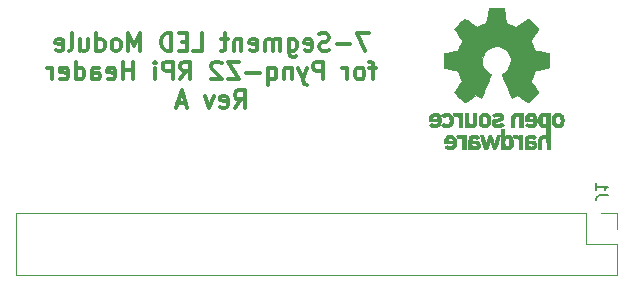
<source format=gbr>
G04 #@! TF.GenerationSoftware,KiCad,Pcbnew,5.99.0-unknown-r17121-d4cea0f2*
G04 #@! TF.CreationDate,2019-12-07T19:23:27-06:00*
G04 #@! TF.ProjectId,7_segment_led_module,375f7365-676d-4656-9e74-5f6c65645f6d,A*
G04 #@! TF.SameCoordinates,Original*
G04 #@! TF.FileFunction,Legend,Bot*
G04 #@! TF.FilePolarity,Positive*
%FSLAX46Y46*%
G04 Gerber Fmt 4.6, Leading zero omitted, Abs format (unit mm)*
G04 Created by KiCad (PCBNEW 5.99.0-unknown-r17121-d4cea0f2) date 2019-12-07 19:23:27*
%MOMM*%
%LPD*%
G04 APERTURE LIST*
%ADD10C,0.300000*%
%ADD11C,0.010000*%
%ADD12C,0.120000*%
%ADD13C,0.150000*%
G04 APERTURE END LIST*
D10*
X163181428Y-77408571D02*
X162181428Y-77408571D01*
X162824285Y-78908571D01*
X161610000Y-78337142D02*
X160467142Y-78337142D01*
X159824285Y-78837142D02*
X159610000Y-78908571D01*
X159252857Y-78908571D01*
X159110000Y-78837142D01*
X159038571Y-78765714D01*
X158967142Y-78622857D01*
X158967142Y-78480000D01*
X159038571Y-78337142D01*
X159110000Y-78265714D01*
X159252857Y-78194285D01*
X159538571Y-78122857D01*
X159681428Y-78051428D01*
X159752857Y-77980000D01*
X159824285Y-77837142D01*
X159824285Y-77694285D01*
X159752857Y-77551428D01*
X159681428Y-77480000D01*
X159538571Y-77408571D01*
X159181428Y-77408571D01*
X158967142Y-77480000D01*
X157752857Y-78837142D02*
X157895714Y-78908571D01*
X158181428Y-78908571D01*
X158324285Y-78837142D01*
X158395714Y-78694285D01*
X158395714Y-78122857D01*
X158324285Y-77980000D01*
X158181428Y-77908571D01*
X157895714Y-77908571D01*
X157752857Y-77980000D01*
X157681428Y-78122857D01*
X157681428Y-78265714D01*
X158395714Y-78408571D01*
X156395714Y-77908571D02*
X156395714Y-79122857D01*
X156467142Y-79265714D01*
X156538571Y-79337142D01*
X156681428Y-79408571D01*
X156895714Y-79408571D01*
X157038571Y-79337142D01*
X156395714Y-78837142D02*
X156538571Y-78908571D01*
X156824285Y-78908571D01*
X156967142Y-78837142D01*
X157038571Y-78765714D01*
X157109999Y-78622857D01*
X157109999Y-78194285D01*
X157038571Y-78051428D01*
X156967142Y-77980000D01*
X156824285Y-77908571D01*
X156538571Y-77908571D01*
X156395714Y-77980000D01*
X155681428Y-78908571D02*
X155681428Y-77908571D01*
X155681428Y-78051428D02*
X155609999Y-77980000D01*
X155467142Y-77908571D01*
X155252857Y-77908571D01*
X155109999Y-77980000D01*
X155038571Y-78122857D01*
X155038571Y-78908571D01*
X155038571Y-78122857D02*
X154967142Y-77980000D01*
X154824285Y-77908571D01*
X154609999Y-77908571D01*
X154467142Y-77980000D01*
X154395714Y-78122857D01*
X154395714Y-78908571D01*
X153109999Y-78837142D02*
X153252857Y-78908571D01*
X153538571Y-78908571D01*
X153681428Y-78837142D01*
X153752857Y-78694285D01*
X153752857Y-78122857D01*
X153681428Y-77980000D01*
X153538571Y-77908571D01*
X153252857Y-77908571D01*
X153109999Y-77980000D01*
X153038571Y-78122857D01*
X153038571Y-78265714D01*
X153752857Y-78408571D01*
X152395714Y-77908571D02*
X152395714Y-78908571D01*
X152395714Y-78051428D02*
X152324285Y-77980000D01*
X152181428Y-77908571D01*
X151967142Y-77908571D01*
X151824285Y-77980000D01*
X151752857Y-78122857D01*
X151752857Y-78908571D01*
X151252857Y-77908571D02*
X150681428Y-77908571D01*
X151038571Y-77408571D02*
X151038571Y-78694285D01*
X150967142Y-78837142D01*
X150824285Y-78908571D01*
X150681428Y-78908571D01*
X148324285Y-78908571D02*
X149038571Y-78908571D01*
X149038571Y-77408571D01*
X147824285Y-78122857D02*
X147324285Y-78122857D01*
X147109999Y-78908571D02*
X147824285Y-78908571D01*
X147824285Y-77408571D01*
X147109999Y-77408571D01*
X146467142Y-78908571D02*
X146467142Y-77408571D01*
X146109999Y-77408571D01*
X145895714Y-77480000D01*
X145752857Y-77622857D01*
X145681428Y-77765714D01*
X145609999Y-78051428D01*
X145609999Y-78265714D01*
X145681428Y-78551428D01*
X145752857Y-78694285D01*
X145895714Y-78837142D01*
X146109999Y-78908571D01*
X146467142Y-78908571D01*
X143824285Y-78908571D02*
X143824285Y-77408571D01*
X143324285Y-78480000D01*
X142824285Y-77408571D01*
X142824285Y-78908571D01*
X141895714Y-78908571D02*
X142038571Y-78837142D01*
X142109999Y-78765714D01*
X142181428Y-78622857D01*
X142181428Y-78194285D01*
X142109999Y-78051428D01*
X142038571Y-77980000D01*
X141895714Y-77908571D01*
X141681428Y-77908571D01*
X141538571Y-77980000D01*
X141467142Y-78051428D01*
X141395714Y-78194285D01*
X141395714Y-78622857D01*
X141467142Y-78765714D01*
X141538571Y-78837142D01*
X141681428Y-78908571D01*
X141895714Y-78908571D01*
X140109999Y-78908571D02*
X140109999Y-77408571D01*
X140109999Y-78837142D02*
X140252857Y-78908571D01*
X140538571Y-78908571D01*
X140681428Y-78837142D01*
X140752857Y-78765714D01*
X140824285Y-78622857D01*
X140824285Y-78194285D01*
X140752857Y-78051428D01*
X140681428Y-77980000D01*
X140538571Y-77908571D01*
X140252857Y-77908571D01*
X140109999Y-77980000D01*
X138752857Y-77908571D02*
X138752857Y-78908571D01*
X139395714Y-77908571D02*
X139395714Y-78694285D01*
X139324285Y-78837142D01*
X139181428Y-78908571D01*
X138967142Y-78908571D01*
X138824285Y-78837142D01*
X138752857Y-78765714D01*
X137824285Y-78908571D02*
X137967142Y-78837142D01*
X138038571Y-78694285D01*
X138038571Y-77408571D01*
X136681428Y-78837142D02*
X136824285Y-78908571D01*
X137109999Y-78908571D01*
X137252857Y-78837142D01*
X137324285Y-78694285D01*
X137324285Y-78122857D01*
X137252857Y-77980000D01*
X137109999Y-77908571D01*
X136824285Y-77908571D01*
X136681428Y-77980000D01*
X136609999Y-78122857D01*
X136609999Y-78265714D01*
X137324285Y-78408571D01*
X163788571Y-80323571D02*
X163217142Y-80323571D01*
X163574285Y-81323571D02*
X163574285Y-80037857D01*
X163502857Y-79895000D01*
X163360000Y-79823571D01*
X163217142Y-79823571D01*
X162502857Y-81323571D02*
X162645714Y-81252142D01*
X162717142Y-81180714D01*
X162788571Y-81037857D01*
X162788571Y-80609285D01*
X162717142Y-80466428D01*
X162645714Y-80395000D01*
X162502857Y-80323571D01*
X162288571Y-80323571D01*
X162145714Y-80395000D01*
X162074285Y-80466428D01*
X162002857Y-80609285D01*
X162002857Y-81037857D01*
X162074285Y-81180714D01*
X162145714Y-81252142D01*
X162288571Y-81323571D01*
X162502857Y-81323571D01*
X161360000Y-81323571D02*
X161360000Y-80323571D01*
X161360000Y-80609285D02*
X161288571Y-80466428D01*
X161217142Y-80395000D01*
X161074285Y-80323571D01*
X160931428Y-80323571D01*
X159288571Y-81323571D02*
X159288571Y-79823571D01*
X158717142Y-79823571D01*
X158574285Y-79895000D01*
X158502857Y-79966428D01*
X158431428Y-80109285D01*
X158431428Y-80323571D01*
X158502857Y-80466428D01*
X158574285Y-80537857D01*
X158717142Y-80609285D01*
X159288571Y-80609285D01*
X157931428Y-80323571D02*
X157574285Y-81323571D01*
X157217142Y-80323571D02*
X157574285Y-81323571D01*
X157717142Y-81680714D01*
X157788571Y-81752142D01*
X157931428Y-81823571D01*
X156645714Y-80323571D02*
X156645714Y-81323571D01*
X156645714Y-80466428D02*
X156574285Y-80395000D01*
X156431428Y-80323571D01*
X156217142Y-80323571D01*
X156074285Y-80395000D01*
X156002857Y-80537857D01*
X156002857Y-81323571D01*
X154645714Y-80323571D02*
X154645714Y-81823571D01*
X154645714Y-81252142D02*
X154788571Y-81323571D01*
X155074285Y-81323571D01*
X155217142Y-81252142D01*
X155288571Y-81180714D01*
X155360000Y-81037857D01*
X155360000Y-80609285D01*
X155288571Y-80466428D01*
X155217142Y-80395000D01*
X155074285Y-80323571D01*
X154788571Y-80323571D01*
X154645714Y-80395000D01*
X153931428Y-80752142D02*
X152788571Y-80752142D01*
X152217142Y-79823571D02*
X151217142Y-79823571D01*
X152217142Y-81323571D01*
X151217142Y-81323571D01*
X150717142Y-79966428D02*
X150645714Y-79895000D01*
X150502857Y-79823571D01*
X150145714Y-79823571D01*
X150002857Y-79895000D01*
X149931428Y-79966428D01*
X149860000Y-80109285D01*
X149860000Y-80252142D01*
X149931428Y-80466428D01*
X150788571Y-81323571D01*
X149860000Y-81323571D01*
X147217142Y-81323571D02*
X147717142Y-80609285D01*
X148074285Y-81323571D02*
X148074285Y-79823571D01*
X147502857Y-79823571D01*
X147360000Y-79895000D01*
X147288571Y-79966428D01*
X147217142Y-80109285D01*
X147217142Y-80323571D01*
X147288571Y-80466428D01*
X147360000Y-80537857D01*
X147502857Y-80609285D01*
X148074285Y-80609285D01*
X146574285Y-81323571D02*
X146574285Y-79823571D01*
X146002857Y-79823571D01*
X145860000Y-79895000D01*
X145788571Y-79966428D01*
X145717142Y-80109285D01*
X145717142Y-80323571D01*
X145788571Y-80466428D01*
X145860000Y-80537857D01*
X146002857Y-80609285D01*
X146574285Y-80609285D01*
X145074285Y-81323571D02*
X145074285Y-80323571D01*
X145074285Y-79823571D02*
X145145714Y-79895000D01*
X145074285Y-79966428D01*
X145002857Y-79895000D01*
X145074285Y-79823571D01*
X145074285Y-79966428D01*
X143217142Y-81323571D02*
X143217142Y-79823571D01*
X143217142Y-80537857D02*
X142360000Y-80537857D01*
X142360000Y-81323571D02*
X142360000Y-79823571D01*
X141074285Y-81252142D02*
X141217142Y-81323571D01*
X141502857Y-81323571D01*
X141645714Y-81252142D01*
X141717142Y-81109285D01*
X141717142Y-80537857D01*
X141645714Y-80395000D01*
X141502857Y-80323571D01*
X141217142Y-80323571D01*
X141074285Y-80395000D01*
X141002857Y-80537857D01*
X141002857Y-80680714D01*
X141717142Y-80823571D01*
X139717142Y-81323571D02*
X139717142Y-80537857D01*
X139788571Y-80395000D01*
X139931428Y-80323571D01*
X140217142Y-80323571D01*
X140360000Y-80395000D01*
X139717142Y-81252142D02*
X139860000Y-81323571D01*
X140217142Y-81323571D01*
X140360000Y-81252142D01*
X140431428Y-81109285D01*
X140431428Y-80966428D01*
X140360000Y-80823571D01*
X140217142Y-80752142D01*
X139860000Y-80752142D01*
X139717142Y-80680714D01*
X138360000Y-81323571D02*
X138360000Y-79823571D01*
X138360000Y-81252142D02*
X138502857Y-81323571D01*
X138788571Y-81323571D01*
X138931428Y-81252142D01*
X139002857Y-81180714D01*
X139074285Y-81037857D01*
X139074285Y-80609285D01*
X139002857Y-80466428D01*
X138931428Y-80395000D01*
X138788571Y-80323571D01*
X138502857Y-80323571D01*
X138360000Y-80395000D01*
X137074285Y-81252142D02*
X137217142Y-81323571D01*
X137502857Y-81323571D01*
X137645714Y-81252142D01*
X137717142Y-81109285D01*
X137717142Y-80537857D01*
X137645714Y-80395000D01*
X137502857Y-80323571D01*
X137217142Y-80323571D01*
X137074285Y-80395000D01*
X137002857Y-80537857D01*
X137002857Y-80680714D01*
X137717142Y-80823571D01*
X136360000Y-81323571D02*
X136360000Y-80323571D01*
X136360000Y-80609285D02*
X136288571Y-80466428D01*
X136217142Y-80395000D01*
X136074285Y-80323571D01*
X135931428Y-80323571D01*
X151824285Y-83738571D02*
X152324285Y-83024285D01*
X152681428Y-83738571D02*
X152681428Y-82238571D01*
X152110000Y-82238571D01*
X151967142Y-82310000D01*
X151895714Y-82381428D01*
X151824285Y-82524285D01*
X151824285Y-82738571D01*
X151895714Y-82881428D01*
X151967142Y-82952857D01*
X152110000Y-83024285D01*
X152681428Y-83024285D01*
X150610000Y-83667142D02*
X150752857Y-83738571D01*
X151038571Y-83738571D01*
X151181428Y-83667142D01*
X151252857Y-83524285D01*
X151252857Y-82952857D01*
X151181428Y-82810000D01*
X151038571Y-82738571D01*
X150752857Y-82738571D01*
X150610000Y-82810000D01*
X150538571Y-82952857D01*
X150538571Y-83095714D01*
X151252857Y-83238571D01*
X150038571Y-82738571D02*
X149681428Y-83738571D01*
X149324285Y-82738571D01*
X147681428Y-83310000D02*
X146967142Y-83310000D01*
X147824285Y-83738571D02*
X147324285Y-82238571D01*
X146824285Y-83738571D01*
G36*
X174711634Y-75913172D02*
G01*
X174824216Y-76510363D01*
X175239629Y-76681610D01*
X175655043Y-76852857D01*
X176153400Y-76513978D01*
X176252036Y-76447170D01*
X176382797Y-76359479D01*
X176496008Y-76284580D01*
X176585789Y-76226320D01*
X176646261Y-76188545D01*
X176671544Y-76175098D01*
X176687072Y-76184661D01*
X176733487Y-76224730D01*
X176803730Y-76290487D01*
X176891848Y-76375895D01*
X176991889Y-76474915D01*
X177097902Y-76581509D01*
X177203935Y-76689640D01*
X177304035Y-76793268D01*
X177392251Y-76886358D01*
X177462632Y-76962869D01*
X177509225Y-77016765D01*
X177526079Y-77042007D01*
X177522158Y-77052852D01*
X177495012Y-77101228D01*
X177445439Y-77180842D01*
X177377459Y-77285454D01*
X177295091Y-77408822D01*
X177202353Y-77544706D01*
X177151460Y-77618815D01*
X177063912Y-77747835D01*
X176988853Y-77860434D01*
X176930285Y-77950505D01*
X176892209Y-78011942D01*
X176878628Y-78038640D01*
X176878851Y-78040119D01*
X176890831Y-78073962D01*
X176918316Y-78143071D01*
X176957474Y-78238416D01*
X177004474Y-78350972D01*
X177055485Y-78471710D01*
X177106676Y-78591602D01*
X177154215Y-78701622D01*
X177194271Y-78792740D01*
X177223013Y-78855931D01*
X177236610Y-78882165D01*
X177244655Y-78884492D01*
X177293535Y-78894988D01*
X177380652Y-78912376D01*
X177499033Y-78935295D01*
X177641704Y-78962389D01*
X177801692Y-78992296D01*
X177886015Y-79008153D01*
X178040783Y-79038407D01*
X178176104Y-79066347D01*
X178284582Y-79090369D01*
X178358820Y-79108868D01*
X178391422Y-79120238D01*
X178397278Y-79131511D01*
X178406992Y-79186586D01*
X178414624Y-79278317D01*
X178420180Y-79398073D01*
X178423666Y-79537221D01*
X178425087Y-79687131D01*
X178424450Y-79839172D01*
X178421760Y-79984712D01*
X178417024Y-80115121D01*
X178410247Y-80221766D01*
X178401436Y-80296018D01*
X178390595Y-80329245D01*
X178384017Y-80332993D01*
X178334955Y-80349069D01*
X178249847Y-80370338D01*
X178138529Y-80394472D01*
X178010840Y-80419143D01*
X177967757Y-80427000D01*
X177768773Y-80463542D01*
X177612388Y-80492910D01*
X177493183Y-80516321D01*
X177405737Y-80534994D01*
X177344628Y-80550146D01*
X177304435Y-80562995D01*
X177279738Y-80574758D01*
X177265116Y-80586653D01*
X177263416Y-80588649D01*
X177239504Y-80630271D01*
X177204119Y-80706430D01*
X177160692Y-80808193D01*
X177112651Y-80926624D01*
X177063425Y-81052789D01*
X177016445Y-81177754D01*
X176975140Y-81292584D01*
X176942939Y-81388344D01*
X176923271Y-81456100D01*
X176919565Y-81486917D01*
X176922043Y-81490915D01*
X176947689Y-81529584D01*
X176995920Y-81600907D01*
X177062262Y-81698314D01*
X177142245Y-81815234D01*
X177231397Y-81945098D01*
X177255865Y-81980828D01*
X177341903Y-82108990D01*
X177416258Y-82223608D01*
X177474688Y-82317887D01*
X177512947Y-82385029D01*
X177526792Y-82418235D01*
X177523809Y-82426965D01*
X177492711Y-82469982D01*
X177431355Y-82540230D01*
X177344137Y-82632979D01*
X177235449Y-82743502D01*
X177109685Y-82867071D01*
X177037800Y-82936235D01*
X176924139Y-83043957D01*
X176824657Y-83136225D01*
X176744695Y-83208181D01*
X176689595Y-83254968D01*
X176664698Y-83271727D01*
X176647593Y-83265515D01*
X176594929Y-83236126D01*
X176518449Y-83188063D01*
X176428129Y-83127412D01*
X176363911Y-83083153D01*
X176235705Y-82995261D01*
X176098894Y-82901915D01*
X175973932Y-82817091D01*
X175729137Y-82651515D01*
X175523649Y-82762620D01*
X175475263Y-82788265D01*
X175387270Y-82832130D01*
X175319223Y-82862414D01*
X175282856Y-82873706D01*
X175270954Y-82859205D01*
X175241400Y-82803992D01*
X175197748Y-82712962D01*
X175142426Y-82591892D01*
X175077863Y-82446559D01*
X175006489Y-82282741D01*
X174930732Y-82106213D01*
X174853022Y-81922753D01*
X174775786Y-81738138D01*
X174701456Y-81558146D01*
X174632458Y-81388552D01*
X174571223Y-81235135D01*
X174520179Y-81103670D01*
X174481755Y-80999936D01*
X174458380Y-80929709D01*
X174452483Y-80898766D01*
X174452883Y-80897862D01*
X174480349Y-80869257D01*
X174537799Y-80824457D01*
X174613373Y-80772751D01*
X174637227Y-80756962D01*
X174818734Y-80607174D01*
X174968953Y-80428767D01*
X175084327Y-80229165D01*
X175161299Y-80015797D01*
X175196314Y-79796087D01*
X175185813Y-79577462D01*
X175143277Y-79383011D01*
X175066903Y-79186657D01*
X174955565Y-79011484D01*
X174802774Y-78845082D01*
X174742739Y-78791924D01*
X174548658Y-78660951D01*
X174338999Y-78572744D01*
X174119837Y-78526512D01*
X173897247Y-78521467D01*
X173677307Y-78556820D01*
X173466090Y-78631779D01*
X173269673Y-78745557D01*
X173094132Y-78897363D01*
X172945542Y-79086409D01*
X172916974Y-79133224D01*
X172819873Y-79347204D01*
X172768303Y-79570026D01*
X172760914Y-79795922D01*
X172796355Y-80019119D01*
X172873276Y-80233847D01*
X172990326Y-80434336D01*
X173146155Y-80614814D01*
X173339413Y-80769510D01*
X173345689Y-80773679D01*
X173420461Y-80826370D01*
X173476504Y-80871169D01*
X173502100Y-80898766D01*
X173498870Y-80920402D01*
X173478790Y-80983399D01*
X173443184Y-81081038D01*
X173394480Y-81207542D01*
X173335108Y-81357132D01*
X173267494Y-81524030D01*
X173194066Y-81702457D01*
X173117254Y-81886636D01*
X173039484Y-82070787D01*
X172963185Y-82249133D01*
X172890784Y-82415895D01*
X172824710Y-82565294D01*
X172767391Y-82691554D01*
X172721255Y-82788894D01*
X172688730Y-82851538D01*
X172672243Y-82873706D01*
X172658533Y-82870703D01*
X172604670Y-82849126D01*
X172525064Y-82811293D01*
X172431449Y-82762620D01*
X172225962Y-82651515D01*
X171981167Y-82817091D01*
X171908845Y-82866120D01*
X171774326Y-82957729D01*
X171640215Y-83049485D01*
X171526970Y-83127412D01*
X171464470Y-83169881D01*
X171383239Y-83222644D01*
X171323009Y-83258765D01*
X171293591Y-83272157D01*
X171280953Y-83266471D01*
X171235267Y-83231645D01*
X171164838Y-83170329D01*
X171075796Y-83088554D01*
X170974272Y-82992351D01*
X170866394Y-82887751D01*
X170758295Y-82780786D01*
X170656103Y-82677485D01*
X170565950Y-82583882D01*
X170493964Y-82506006D01*
X170446278Y-82449889D01*
X170429020Y-82421562D01*
X170430015Y-82416172D01*
X170450555Y-82372304D01*
X170494434Y-82296407D01*
X170557412Y-82195336D01*
X170635247Y-82075948D01*
X170723701Y-81945098D01*
X170748509Y-81909005D01*
X170835618Y-81782000D01*
X170912347Y-81669718D01*
X170974224Y-81578730D01*
X171016777Y-81515606D01*
X171035534Y-81486917D01*
X171035995Y-81485687D01*
X171030459Y-81450588D01*
X171009320Y-81379484D01*
X170976005Y-81281310D01*
X170933945Y-81165002D01*
X170886570Y-81039493D01*
X170837308Y-80913718D01*
X170789589Y-80796612D01*
X170746842Y-80697110D01*
X170712497Y-80624145D01*
X170689983Y-80586653D01*
X170687728Y-80584325D01*
X170671608Y-80572549D01*
X170644383Y-80560673D01*
X170600633Y-80547481D01*
X170534935Y-80531754D01*
X170441870Y-80512274D01*
X170316016Y-80487824D01*
X170151953Y-80457186D01*
X169944259Y-80419143D01*
X169901181Y-80411136D01*
X169777777Y-80386384D01*
X169673972Y-80362933D01*
X169599601Y-80343110D01*
X169564504Y-80329245D01*
X169558632Y-80317677D01*
X169548842Y-80262110D01*
X169541085Y-80169990D01*
X169535365Y-80049951D01*
X169531689Y-79910622D01*
X169530062Y-79760635D01*
X169530491Y-79608621D01*
X169532982Y-79463212D01*
X169537540Y-79333037D01*
X169544171Y-79226730D01*
X169552881Y-79152919D01*
X169563677Y-79120238D01*
X169574699Y-79115410D01*
X169629531Y-79100191D01*
X169722213Y-79078666D01*
X169845351Y-79052439D01*
X169991548Y-79023114D01*
X170153406Y-78992296D01*
X170241784Y-78975831D01*
X170393259Y-78947279D01*
X170523640Y-78922277D01*
X170625954Y-78902185D01*
X170693228Y-78888362D01*
X170718489Y-78882165D01*
X170719438Y-78880888D01*
X170735526Y-78848437D01*
X170766194Y-78780452D01*
X170807611Y-78685954D01*
X170855941Y-78573964D01*
X170907354Y-78453500D01*
X170958014Y-78333584D01*
X171004089Y-78223235D01*
X171041746Y-78131473D01*
X171067151Y-78067319D01*
X171076471Y-78039792D01*
X171072360Y-78030106D01*
X171045000Y-77984018D01*
X170995370Y-77906440D01*
X170927460Y-77803461D01*
X170845255Y-77681167D01*
X170752746Y-77545646D01*
X170701991Y-77471429D01*
X170614403Y-77341309D01*
X170539306Y-77227112D01*
X170480707Y-77135066D01*
X170442609Y-77071398D01*
X170429020Y-77042337D01*
X170438462Y-77026573D01*
X170477960Y-76979471D01*
X170542758Y-76908186D01*
X170626909Y-76818760D01*
X170724464Y-76717232D01*
X170829474Y-76609643D01*
X170935993Y-76502034D01*
X171038071Y-76400445D01*
X171129760Y-76310917D01*
X171205112Y-76239489D01*
X171258180Y-76192203D01*
X171283014Y-76175098D01*
X171296799Y-76181749D01*
X171347418Y-76212592D01*
X171429105Y-76265083D01*
X171535972Y-76335375D01*
X171662132Y-76419622D01*
X171801698Y-76513978D01*
X172300056Y-76852857D01*
X172715469Y-76681610D01*
X173130883Y-76510363D01*
X173243465Y-75913172D01*
X173356048Y-75315980D01*
X174599051Y-75315980D01*
X174711634Y-75913172D01*
G37*
D11*
X174711634Y-75913172D02*
X174824216Y-76510363D01*
X175239629Y-76681610D01*
X175655043Y-76852857D01*
X176153400Y-76513978D01*
X176252036Y-76447170D01*
X176382797Y-76359479D01*
X176496008Y-76284580D01*
X176585789Y-76226320D01*
X176646261Y-76188545D01*
X176671544Y-76175098D01*
X176687072Y-76184661D01*
X176733487Y-76224730D01*
X176803730Y-76290487D01*
X176891848Y-76375895D01*
X176991889Y-76474915D01*
X177097902Y-76581509D01*
X177203935Y-76689640D01*
X177304035Y-76793268D01*
X177392251Y-76886358D01*
X177462632Y-76962869D01*
X177509225Y-77016765D01*
X177526079Y-77042007D01*
X177522158Y-77052852D01*
X177495012Y-77101228D01*
X177445439Y-77180842D01*
X177377459Y-77285454D01*
X177295091Y-77408822D01*
X177202353Y-77544706D01*
X177151460Y-77618815D01*
X177063912Y-77747835D01*
X176988853Y-77860434D01*
X176930285Y-77950505D01*
X176892209Y-78011942D01*
X176878628Y-78038640D01*
X176878851Y-78040119D01*
X176890831Y-78073962D01*
X176918316Y-78143071D01*
X176957474Y-78238416D01*
X177004474Y-78350972D01*
X177055485Y-78471710D01*
X177106676Y-78591602D01*
X177154215Y-78701622D01*
X177194271Y-78792740D01*
X177223013Y-78855931D01*
X177236610Y-78882165D01*
X177244655Y-78884492D01*
X177293535Y-78894988D01*
X177380652Y-78912376D01*
X177499033Y-78935295D01*
X177641704Y-78962389D01*
X177801692Y-78992296D01*
X177886015Y-79008153D01*
X178040783Y-79038407D01*
X178176104Y-79066347D01*
X178284582Y-79090369D01*
X178358820Y-79108868D01*
X178391422Y-79120238D01*
X178397278Y-79131511D01*
X178406992Y-79186586D01*
X178414624Y-79278317D01*
X178420180Y-79398073D01*
X178423666Y-79537221D01*
X178425087Y-79687131D01*
X178424450Y-79839172D01*
X178421760Y-79984712D01*
X178417024Y-80115121D01*
X178410247Y-80221766D01*
X178401436Y-80296018D01*
X178390595Y-80329245D01*
X178384017Y-80332993D01*
X178334955Y-80349069D01*
X178249847Y-80370338D01*
X178138529Y-80394472D01*
X178010840Y-80419143D01*
X177967757Y-80427000D01*
X177768773Y-80463542D01*
X177612388Y-80492910D01*
X177493183Y-80516321D01*
X177405737Y-80534994D01*
X177344628Y-80550146D01*
X177304435Y-80562995D01*
X177279738Y-80574758D01*
X177265116Y-80586653D01*
X177263416Y-80588649D01*
X177239504Y-80630271D01*
X177204119Y-80706430D01*
X177160692Y-80808193D01*
X177112651Y-80926624D01*
X177063425Y-81052789D01*
X177016445Y-81177754D01*
X176975140Y-81292584D01*
X176942939Y-81388344D01*
X176923271Y-81456100D01*
X176919565Y-81486917D01*
X176922043Y-81490915D01*
X176947689Y-81529584D01*
X176995920Y-81600907D01*
X177062262Y-81698314D01*
X177142245Y-81815234D01*
X177231397Y-81945098D01*
X177255865Y-81980828D01*
X177341903Y-82108990D01*
X177416258Y-82223608D01*
X177474688Y-82317887D01*
X177512947Y-82385029D01*
X177526792Y-82418235D01*
X177523809Y-82426965D01*
X177492711Y-82469982D01*
X177431355Y-82540230D01*
X177344137Y-82632979D01*
X177235449Y-82743502D01*
X177109685Y-82867071D01*
X177037800Y-82936235D01*
X176924139Y-83043957D01*
X176824657Y-83136225D01*
X176744695Y-83208181D01*
X176689595Y-83254968D01*
X176664698Y-83271727D01*
X176647593Y-83265515D01*
X176594929Y-83236126D01*
X176518449Y-83188063D01*
X176428129Y-83127412D01*
X176363911Y-83083153D01*
X176235705Y-82995261D01*
X176098894Y-82901915D01*
X175973932Y-82817091D01*
X175729137Y-82651515D01*
X175523649Y-82762620D01*
X175475263Y-82788265D01*
X175387270Y-82832130D01*
X175319223Y-82862414D01*
X175282856Y-82873706D01*
X175270954Y-82859205D01*
X175241400Y-82803992D01*
X175197748Y-82712962D01*
X175142426Y-82591892D01*
X175077863Y-82446559D01*
X175006489Y-82282741D01*
X174930732Y-82106213D01*
X174853022Y-81922753D01*
X174775786Y-81738138D01*
X174701456Y-81558146D01*
X174632458Y-81388552D01*
X174571223Y-81235135D01*
X174520179Y-81103670D01*
X174481755Y-80999936D01*
X174458380Y-80929709D01*
X174452483Y-80898766D01*
X174452883Y-80897862D01*
X174480349Y-80869257D01*
X174537799Y-80824457D01*
X174613373Y-80772751D01*
X174637227Y-80756962D01*
X174818734Y-80607174D01*
X174968953Y-80428767D01*
X175084327Y-80229165D01*
X175161299Y-80015797D01*
X175196314Y-79796087D01*
X175185813Y-79577462D01*
X175143277Y-79383011D01*
X175066903Y-79186657D01*
X174955565Y-79011484D01*
X174802774Y-78845082D01*
X174742739Y-78791924D01*
X174548658Y-78660951D01*
X174338999Y-78572744D01*
X174119837Y-78526512D01*
X173897247Y-78521467D01*
X173677307Y-78556820D01*
X173466090Y-78631779D01*
X173269673Y-78745557D01*
X173094132Y-78897363D01*
X172945542Y-79086409D01*
X172916974Y-79133224D01*
X172819873Y-79347204D01*
X172768303Y-79570026D01*
X172760914Y-79795922D01*
X172796355Y-80019119D01*
X172873276Y-80233847D01*
X172990326Y-80434336D01*
X173146155Y-80614814D01*
X173339413Y-80769510D01*
X173345689Y-80773679D01*
X173420461Y-80826370D01*
X173476504Y-80871169D01*
X173502100Y-80898766D01*
X173498870Y-80920402D01*
X173478790Y-80983399D01*
X173443184Y-81081038D01*
X173394480Y-81207542D01*
X173335108Y-81357132D01*
X173267494Y-81524030D01*
X173194066Y-81702457D01*
X173117254Y-81886636D01*
X173039484Y-82070787D01*
X172963185Y-82249133D01*
X172890784Y-82415895D01*
X172824710Y-82565294D01*
X172767391Y-82691554D01*
X172721255Y-82788894D01*
X172688730Y-82851538D01*
X172672243Y-82873706D01*
X172658533Y-82870703D01*
X172604670Y-82849126D01*
X172525064Y-82811293D01*
X172431449Y-82762620D01*
X172225962Y-82651515D01*
X171981167Y-82817091D01*
X171908845Y-82866120D01*
X171774326Y-82957729D01*
X171640215Y-83049485D01*
X171526970Y-83127412D01*
X171464470Y-83169881D01*
X171383239Y-83222644D01*
X171323009Y-83258765D01*
X171293591Y-83272157D01*
X171280953Y-83266471D01*
X171235267Y-83231645D01*
X171164838Y-83170329D01*
X171075796Y-83088554D01*
X170974272Y-82992351D01*
X170866394Y-82887751D01*
X170758295Y-82780786D01*
X170656103Y-82677485D01*
X170565950Y-82583882D01*
X170493964Y-82506006D01*
X170446278Y-82449889D01*
X170429020Y-82421562D01*
X170430015Y-82416172D01*
X170450555Y-82372304D01*
X170494434Y-82296407D01*
X170557412Y-82195336D01*
X170635247Y-82075948D01*
X170723701Y-81945098D01*
X170748509Y-81909005D01*
X170835618Y-81782000D01*
X170912347Y-81669718D01*
X170974224Y-81578730D01*
X171016777Y-81515606D01*
X171035534Y-81486917D01*
X171035995Y-81485687D01*
X171030459Y-81450588D01*
X171009320Y-81379484D01*
X170976005Y-81281310D01*
X170933945Y-81165002D01*
X170886570Y-81039493D01*
X170837308Y-80913718D01*
X170789589Y-80796612D01*
X170746842Y-80697110D01*
X170712497Y-80624145D01*
X170689983Y-80586653D01*
X170687728Y-80584325D01*
X170671608Y-80572549D01*
X170644383Y-80560673D01*
X170600633Y-80547481D01*
X170534935Y-80531754D01*
X170441870Y-80512274D01*
X170316016Y-80487824D01*
X170151953Y-80457186D01*
X169944259Y-80419143D01*
X169901181Y-80411136D01*
X169777777Y-80386384D01*
X169673972Y-80362933D01*
X169599601Y-80343110D01*
X169564504Y-80329245D01*
X169558632Y-80317677D01*
X169548842Y-80262110D01*
X169541085Y-80169990D01*
X169535365Y-80049951D01*
X169531689Y-79910622D01*
X169530062Y-79760635D01*
X169530491Y-79608621D01*
X169532982Y-79463212D01*
X169537540Y-79333037D01*
X169544171Y-79226730D01*
X169552881Y-79152919D01*
X169563677Y-79120238D01*
X169574699Y-79115410D01*
X169629531Y-79100191D01*
X169722213Y-79078666D01*
X169845351Y-79052439D01*
X169991548Y-79023114D01*
X170153406Y-78992296D01*
X170241784Y-78975831D01*
X170393259Y-78947279D01*
X170523640Y-78922277D01*
X170625954Y-78902185D01*
X170693228Y-78888362D01*
X170718489Y-78882165D01*
X170719438Y-78880888D01*
X170735526Y-78848437D01*
X170766194Y-78780452D01*
X170807611Y-78685954D01*
X170855941Y-78573964D01*
X170907354Y-78453500D01*
X170958014Y-78333584D01*
X171004089Y-78223235D01*
X171041746Y-78131473D01*
X171067151Y-78067319D01*
X171076471Y-78039792D01*
X171072360Y-78030106D01*
X171045000Y-77984018D01*
X170995370Y-77906440D01*
X170927460Y-77803461D01*
X170845255Y-77681167D01*
X170752746Y-77545646D01*
X170701991Y-77471429D01*
X170614403Y-77341309D01*
X170539306Y-77227112D01*
X170480707Y-77135066D01*
X170442609Y-77071398D01*
X170429020Y-77042337D01*
X170438462Y-77026573D01*
X170477960Y-76979471D01*
X170542758Y-76908186D01*
X170626909Y-76818760D01*
X170724464Y-76717232D01*
X170829474Y-76609643D01*
X170935993Y-76502034D01*
X171038071Y-76400445D01*
X171129760Y-76310917D01*
X171205112Y-76239489D01*
X171258180Y-76192203D01*
X171283014Y-76175098D01*
X171296799Y-76181749D01*
X171347418Y-76212592D01*
X171429105Y-76265083D01*
X171535972Y-76335375D01*
X171662132Y-76419622D01*
X171801698Y-76513978D01*
X172300056Y-76852857D01*
X172715469Y-76681610D01*
X173130883Y-76510363D01*
X173243465Y-75913172D01*
X173356048Y-75315980D01*
X174599051Y-75315980D01*
X174711634Y-75913172D01*
G36*
X170597842Y-84159381D02*
G01*
X170658889Y-84178439D01*
X170734069Y-84210115D01*
X170770469Y-84227138D01*
X170796740Y-84230215D01*
X170802549Y-84206620D01*
X170802555Y-84205952D01*
X170814856Y-84183426D01*
X170857281Y-84171879D01*
X170939510Y-84168628D01*
X171076471Y-84168628D01*
X171076471Y-85363922D01*
X170802549Y-85363922D01*
X170802549Y-84539779D01*
X170734454Y-84476670D01*
X170713180Y-84458735D01*
X170649811Y-84428091D01*
X170571776Y-84426863D01*
X170465520Y-84453903D01*
X170429701Y-84455615D01*
X170387683Y-84429383D01*
X170331757Y-84367035D01*
X170304628Y-84332547D01*
X170272543Y-84283852D01*
X170267599Y-84252855D01*
X170285563Y-84226707D01*
X170340710Y-84193641D01*
X170426363Y-84167472D01*
X170519292Y-84154496D01*
X170597842Y-84159381D01*
G37*
X170597842Y-84159381D02*
X170658889Y-84178439D01*
X170734069Y-84210115D01*
X170770469Y-84227138D01*
X170796740Y-84230215D01*
X170802549Y-84206620D01*
X170802555Y-84205952D01*
X170814856Y-84183426D01*
X170857281Y-84171879D01*
X170939510Y-84168628D01*
X171076471Y-84168628D01*
X171076471Y-85363922D01*
X170802549Y-85363922D01*
X170802549Y-84539779D01*
X170734454Y-84476670D01*
X170713180Y-84458735D01*
X170649811Y-84428091D01*
X170571776Y-84426863D01*
X170465520Y-84453903D01*
X170429701Y-84455615D01*
X170387683Y-84429383D01*
X170331757Y-84367035D01*
X170304628Y-84332547D01*
X170272543Y-84283852D01*
X170267599Y-84252855D01*
X170285563Y-84226707D01*
X170340710Y-84193641D01*
X170426363Y-84167472D01*
X170519292Y-84154496D01*
X170597842Y-84159381D01*
G36*
X175737906Y-84166271D02*
G01*
X175851422Y-84201937D01*
X175901473Y-84226177D01*
X175926646Y-84228681D01*
X175932353Y-84206620D01*
X175932359Y-84205952D01*
X175944660Y-84183426D01*
X175987084Y-84171879D01*
X176069314Y-84168628D01*
X176206275Y-84168628D01*
X176206275Y-85363922D01*
X175932353Y-85363922D01*
X175932353Y-84951907D01*
X175932166Y-84812779D01*
X175930885Y-84698493D01*
X175927458Y-84618519D01*
X175920832Y-84564708D01*
X175909954Y-84528912D01*
X175893771Y-84502982D01*
X175871230Y-84478770D01*
X175840527Y-84453017D01*
X175752239Y-84418416D01*
X175659565Y-84428571D01*
X175574671Y-84483298D01*
X175550406Y-84508768D01*
X175532987Y-84534545D01*
X175521304Y-84568848D01*
X175514212Y-84619933D01*
X175510564Y-84696056D01*
X175509215Y-84805471D01*
X175509020Y-84956435D01*
X175509020Y-85363922D01*
X175235098Y-85363922D01*
X175235645Y-84921912D01*
X175235682Y-84902223D01*
X175238058Y-84714209D01*
X175245353Y-84568159D01*
X175259445Y-84456971D01*
X175282207Y-84373544D01*
X175315514Y-84310775D01*
X175361241Y-84261561D01*
X175421264Y-84218802D01*
X175483240Y-84189199D01*
X175608055Y-84162305D01*
X175737906Y-84166271D01*
G37*
X175737906Y-84166271D02*
X175851422Y-84201937D01*
X175901473Y-84226177D01*
X175926646Y-84228681D01*
X175932353Y-84206620D01*
X175932359Y-84205952D01*
X175944660Y-84183426D01*
X175987084Y-84171879D01*
X176069314Y-84168628D01*
X176206275Y-84168628D01*
X176206275Y-85363922D01*
X175932353Y-85363922D01*
X175932353Y-84951907D01*
X175932166Y-84812779D01*
X175930885Y-84698493D01*
X175927458Y-84618519D01*
X175920832Y-84564708D01*
X175909954Y-84528912D01*
X175893771Y-84502982D01*
X175871230Y-84478770D01*
X175840527Y-84453017D01*
X175752239Y-84418416D01*
X175659565Y-84428571D01*
X175574671Y-84483298D01*
X175550406Y-84508768D01*
X175532987Y-84534545D01*
X175521304Y-84568848D01*
X175514212Y-84619933D01*
X175510564Y-84696056D01*
X175509215Y-84805471D01*
X175509020Y-84956435D01*
X175509020Y-85363922D01*
X175235098Y-85363922D01*
X175235645Y-84921912D01*
X175235682Y-84902223D01*
X175238058Y-84714209D01*
X175245353Y-84568159D01*
X175259445Y-84456971D01*
X175282207Y-84373544D01*
X175315514Y-84310775D01*
X175361241Y-84261561D01*
X175421264Y-84218802D01*
X175483240Y-84189199D01*
X175608055Y-84162305D01*
X175737906Y-84166271D01*
G36*
X169272360Y-84876632D02*
G01*
X169271943Y-84880380D01*
X169236139Y-85055271D01*
X169171449Y-85191247D01*
X169075859Y-85291296D01*
X168947353Y-85358405D01*
X168923764Y-85366079D01*
X168777551Y-85388696D01*
X168626334Y-85376084D01*
X168485750Y-85331017D01*
X168371437Y-85256269D01*
X168285812Y-85177157D01*
X168376827Y-85105191D01*
X168467842Y-85033224D01*
X168577528Y-85086514D01*
X168704445Y-85129695D01*
X168816488Y-85130987D01*
X168908157Y-85091314D01*
X168974123Y-85011683D01*
X168997771Y-84963968D01*
X169010972Y-84923189D01*
X169003334Y-84895641D01*
X168969063Y-84878731D01*
X168902368Y-84869864D01*
X168797454Y-84866445D01*
X168648530Y-84865882D01*
X168287451Y-84865882D01*
X168287451Y-84693190D01*
X168290149Y-84617376D01*
X168544385Y-84617376D01*
X168556595Y-84631321D01*
X168592748Y-84638578D01*
X168661463Y-84641332D01*
X168771362Y-84641765D01*
X168830294Y-84641073D01*
X168923290Y-84636500D01*
X168986373Y-84628491D01*
X169009608Y-84618035D01*
X169003663Y-84579456D01*
X168961762Y-84505634D01*
X168891938Y-84444990D01*
X168808699Y-84408362D01*
X168726554Y-84406589D01*
X168664721Y-84435960D01*
X168594656Y-84502800D01*
X168550106Y-84585735D01*
X168547496Y-84594562D01*
X168544385Y-84617376D01*
X168290149Y-84617376D01*
X168290702Y-84601853D01*
X168300246Y-84511484D01*
X168313881Y-84450396D01*
X168323820Y-84427074D01*
X168396166Y-84323202D01*
X168500700Y-84236569D01*
X168622949Y-84179845D01*
X168686713Y-84164355D01*
X168838645Y-84157304D01*
X168974022Y-84193174D01*
X169089122Y-84267974D01*
X169180227Y-84377711D01*
X169243615Y-84518395D01*
X169262607Y-84618035D01*
X169275566Y-84686032D01*
X169272360Y-84876632D01*
G37*
X169272360Y-84876632D02*
X169271943Y-84880380D01*
X169236139Y-85055271D01*
X169171449Y-85191247D01*
X169075859Y-85291296D01*
X168947353Y-85358405D01*
X168923764Y-85366079D01*
X168777551Y-85388696D01*
X168626334Y-85376084D01*
X168485750Y-85331017D01*
X168371437Y-85256269D01*
X168285812Y-85177157D01*
X168376827Y-85105191D01*
X168467842Y-85033224D01*
X168577528Y-85086514D01*
X168704445Y-85129695D01*
X168816488Y-85130987D01*
X168908157Y-85091314D01*
X168974123Y-85011683D01*
X168997771Y-84963968D01*
X169010972Y-84923189D01*
X169003334Y-84895641D01*
X168969063Y-84878731D01*
X168902368Y-84869864D01*
X168797454Y-84866445D01*
X168648530Y-84865882D01*
X168287451Y-84865882D01*
X168287451Y-84693190D01*
X168290149Y-84617376D01*
X168544385Y-84617376D01*
X168556595Y-84631321D01*
X168592748Y-84638578D01*
X168661463Y-84641332D01*
X168771362Y-84641765D01*
X168830294Y-84641073D01*
X168923290Y-84636500D01*
X168986373Y-84628491D01*
X169009608Y-84618035D01*
X169003663Y-84579456D01*
X168961762Y-84505634D01*
X168891938Y-84444990D01*
X168808699Y-84408362D01*
X168726554Y-84406589D01*
X168664721Y-84435960D01*
X168594656Y-84502800D01*
X168550106Y-84585735D01*
X168547496Y-84594562D01*
X168544385Y-84617376D01*
X168290149Y-84617376D01*
X168290702Y-84601853D01*
X168300246Y-84511484D01*
X168313881Y-84450396D01*
X168323820Y-84427074D01*
X168396166Y-84323202D01*
X168500700Y-84236569D01*
X168622949Y-84179845D01*
X168686713Y-84164355D01*
X168838645Y-84157304D01*
X168974022Y-84193174D01*
X169089122Y-84267974D01*
X169180227Y-84377711D01*
X169243615Y-84518395D01*
X169262607Y-84618035D01*
X169275566Y-84686032D01*
X169272360Y-84876632D01*
G36*
X169897341Y-84174329D02*
G01*
X170033218Y-84227267D01*
X170148135Y-84314655D01*
X170233013Y-84434680D01*
X170238745Y-84446918D01*
X170275135Y-84566281D01*
X170293316Y-84708864D01*
X170293173Y-84857318D01*
X170274590Y-84994297D01*
X170237452Y-85102451D01*
X170191599Y-85177831D01*
X170090669Y-85284620D01*
X169964469Y-85352500D01*
X169856497Y-85379950D01*
X169692088Y-85382947D01*
X169534764Y-85341549D01*
X169395251Y-85257546D01*
X169304954Y-85183116D01*
X169386284Y-85099205D01*
X169437665Y-85049496D01*
X169484141Y-85021820D01*
X169527235Y-85027914D01*
X169582353Y-85065098D01*
X169604331Y-85079655D01*
X169697178Y-85109449D01*
X169803895Y-85109431D01*
X169903808Y-85078723D01*
X169941429Y-85054064D01*
X169996613Y-84981245D01*
X170024278Y-84874290D01*
X170026058Y-84728517D01*
X170026053Y-84728435D01*
X170005470Y-84598014D01*
X169960128Y-84507587D01*
X169885518Y-84451652D01*
X169777128Y-84424704D01*
X169708871Y-84421079D01*
X169649231Y-84435921D01*
X169588065Y-84478918D01*
X169508912Y-84545520D01*
X169408672Y-84464965D01*
X169372050Y-84434105D01*
X169326307Y-84389889D01*
X169308432Y-84363832D01*
X169314762Y-84352089D01*
X169351221Y-84316036D01*
X169409301Y-84270185D01*
X169454744Y-84240348D01*
X169599024Y-84179056D01*
X169749583Y-84157654D01*
X169897341Y-84174329D01*
G37*
X169897341Y-84174329D02*
X170033218Y-84227267D01*
X170148135Y-84314655D01*
X170233013Y-84434680D01*
X170238745Y-84446918D01*
X170275135Y-84566281D01*
X170293316Y-84708864D01*
X170293173Y-84857318D01*
X170274590Y-84994297D01*
X170237452Y-85102451D01*
X170191599Y-85177831D01*
X170090669Y-85284620D01*
X169964469Y-85352500D01*
X169856497Y-85379950D01*
X169692088Y-85382947D01*
X169534764Y-85341549D01*
X169395251Y-85257546D01*
X169304954Y-85183116D01*
X169386284Y-85099205D01*
X169437665Y-85049496D01*
X169484141Y-85021820D01*
X169527235Y-85027914D01*
X169582353Y-85065098D01*
X169604331Y-85079655D01*
X169697178Y-85109449D01*
X169803895Y-85109431D01*
X169903808Y-85078723D01*
X169941429Y-85054064D01*
X169996613Y-84981245D01*
X170024278Y-84874290D01*
X170026058Y-84728517D01*
X170026053Y-84728435D01*
X170005470Y-84598014D01*
X169960128Y-84507587D01*
X169885518Y-84451652D01*
X169777128Y-84424704D01*
X169708871Y-84421079D01*
X169649231Y-84435921D01*
X169588065Y-84478918D01*
X169508912Y-84545520D01*
X169408672Y-84464965D01*
X169372050Y-84434105D01*
X169326307Y-84389889D01*
X169308432Y-84363832D01*
X169314762Y-84352089D01*
X169351221Y-84316036D01*
X169409301Y-84270185D01*
X169454744Y-84240348D01*
X169599024Y-84179056D01*
X169749583Y-84157654D01*
X169897341Y-84174329D01*
G36*
X171574510Y-84556245D02*
G01*
X171576611Y-84730624D01*
X171584833Y-84871460D01*
X171601491Y-84973825D01*
X171628891Y-85043458D01*
X171669343Y-85086093D01*
X171725152Y-85107468D01*
X171798628Y-85113318D01*
X171868783Y-85108097D01*
X171925443Y-85087659D01*
X171966626Y-85046254D01*
X171994640Y-84978147D01*
X172011793Y-84877600D01*
X172020392Y-84738879D01*
X172022746Y-84556245D01*
X172022746Y-84168628D01*
X172271765Y-84168628D01*
X172271765Y-84635928D01*
X172271338Y-84760659D01*
X172268018Y-84921955D01*
X172259687Y-85044965D01*
X172244326Y-85136729D01*
X172219919Y-85204291D01*
X172184447Y-85254691D01*
X172135892Y-85294971D01*
X172072235Y-85332174D01*
X171938562Y-85379270D01*
X171799055Y-85382342D01*
X171667524Y-85338971D01*
X171610135Y-85310857D01*
X171581664Y-85306654D01*
X171574510Y-85326520D01*
X171562632Y-85348826D01*
X171520116Y-85360576D01*
X171437549Y-85363922D01*
X171300589Y-85363922D01*
X171300589Y-84168628D01*
X171574510Y-84168628D01*
X171574510Y-84556245D01*
G37*
X171574510Y-84556245D02*
X171576611Y-84730624D01*
X171584833Y-84871460D01*
X171601491Y-84973825D01*
X171628891Y-85043458D01*
X171669343Y-85086093D01*
X171725152Y-85107468D01*
X171798628Y-85113318D01*
X171868783Y-85108097D01*
X171925443Y-85087659D01*
X171966626Y-85046254D01*
X171994640Y-84978147D01*
X172011793Y-84877600D01*
X172020392Y-84738879D01*
X172022746Y-84556245D01*
X172022746Y-84168628D01*
X172271765Y-84168628D01*
X172271765Y-84635928D01*
X172271338Y-84760659D01*
X172268018Y-84921955D01*
X172259687Y-85044965D01*
X172244326Y-85136729D01*
X172219919Y-85204291D01*
X172184447Y-85254691D01*
X172135892Y-85294971D01*
X172072235Y-85332174D01*
X171938562Y-85379270D01*
X171799055Y-85382342D01*
X171667524Y-85338971D01*
X171610135Y-85310857D01*
X171581664Y-85306654D01*
X171574510Y-85326520D01*
X171562632Y-85348826D01*
X171520116Y-85360576D01*
X171437549Y-85363922D01*
X171300589Y-85363922D01*
X171300589Y-84168628D01*
X171574510Y-84168628D01*
X171574510Y-84556245D01*
G36*
X173454005Y-84930982D02*
G01*
X173423299Y-85081438D01*
X173368376Y-85196246D01*
X173284780Y-85282966D01*
X173168058Y-85349155D01*
X173122739Y-85364908D01*
X173005373Y-85384562D01*
X172881866Y-85384027D01*
X172777651Y-85362439D01*
X172775603Y-85361655D01*
X172691618Y-85312251D01*
X172606770Y-85235770D01*
X172536366Y-85148311D01*
X172495714Y-85065969D01*
X172483663Y-85005779D01*
X172473346Y-84893084D01*
X172471618Y-84792632D01*
X172722502Y-84792632D01*
X172737500Y-84913119D01*
X172772735Y-85012123D01*
X172826117Y-85076815D01*
X172846350Y-85087922D01*
X172923506Y-85108111D01*
X173012749Y-85112265D01*
X173087828Y-85098235D01*
X173117132Y-85078116D01*
X173158264Y-85007760D01*
X173184146Y-84897645D01*
X173193138Y-84753145D01*
X173192994Y-84711549D01*
X173189870Y-84627264D01*
X173179482Y-84572281D01*
X173157688Y-84531655D01*
X173120347Y-84490437D01*
X173049293Y-84440481D01*
X172956791Y-84420057D01*
X172867418Y-84439509D01*
X172793210Y-84495771D01*
X172746201Y-84585775D01*
X172729828Y-84663494D01*
X172722502Y-84792632D01*
X172471618Y-84792632D01*
X172471137Y-84764738D01*
X172476672Y-84636993D01*
X172489588Y-84526101D01*
X172509522Y-84448315D01*
X172555953Y-84360245D01*
X172654498Y-84251959D01*
X172780453Y-84183364D01*
X172930074Y-84156213D01*
X173099615Y-84172259D01*
X173127825Y-84179094D01*
X173259201Y-84238040D01*
X173358198Y-84334814D01*
X173424820Y-84469423D01*
X173459070Y-84641874D01*
X173460067Y-84753145D01*
X173460953Y-84852173D01*
X173454005Y-84930982D01*
G37*
X173454005Y-84930982D02*
X173423299Y-85081438D01*
X173368376Y-85196246D01*
X173284780Y-85282966D01*
X173168058Y-85349155D01*
X173122739Y-85364908D01*
X173005373Y-85384562D01*
X172881866Y-85384027D01*
X172777651Y-85362439D01*
X172775603Y-85361655D01*
X172691618Y-85312251D01*
X172606770Y-85235770D01*
X172536366Y-85148311D01*
X172495714Y-85065969D01*
X172483663Y-85005779D01*
X172473346Y-84893084D01*
X172471618Y-84792632D01*
X172722502Y-84792632D01*
X172737500Y-84913119D01*
X172772735Y-85012123D01*
X172826117Y-85076815D01*
X172846350Y-85087922D01*
X172923506Y-85108111D01*
X173012749Y-85112265D01*
X173087828Y-85098235D01*
X173117132Y-85078116D01*
X173158264Y-85007760D01*
X173184146Y-84897645D01*
X173193138Y-84753145D01*
X173192994Y-84711549D01*
X173189870Y-84627264D01*
X173179482Y-84572281D01*
X173157688Y-84531655D01*
X173120347Y-84490437D01*
X173049293Y-84440481D01*
X172956791Y-84420057D01*
X172867418Y-84439509D01*
X172793210Y-84495771D01*
X172746201Y-84585775D01*
X172729828Y-84663494D01*
X172722502Y-84792632D01*
X172471618Y-84792632D01*
X172471137Y-84764738D01*
X172476672Y-84636993D01*
X172489588Y-84526101D01*
X172509522Y-84448315D01*
X172555953Y-84360245D01*
X172654498Y-84251959D01*
X172780453Y-84183364D01*
X172930074Y-84156213D01*
X173099615Y-84172259D01*
X173127825Y-84179094D01*
X173259201Y-84238040D01*
X173358198Y-84334814D01*
X173424820Y-84469423D01*
X173459070Y-84641874D01*
X173460067Y-84753145D01*
X173460953Y-84852173D01*
X173454005Y-84930982D01*
G36*
X174185810Y-84167820D02*
G01*
X174329629Y-84203866D01*
X174434691Y-84270677D01*
X174501594Y-84368702D01*
X174530940Y-84498387D01*
X174524999Y-84622544D01*
X174482114Y-84727266D01*
X174399876Y-84804693D01*
X174276635Y-84856337D01*
X174110744Y-84883710D01*
X174002952Y-84898057D01*
X173904566Y-84929099D01*
X173853771Y-84974053D01*
X173850704Y-85032838D01*
X173871146Y-85069493D01*
X173934454Y-85112935D01*
X174024449Y-85133483D01*
X174129913Y-85130673D01*
X174239626Y-85104042D01*
X174342368Y-85053128D01*
X174444804Y-84985339D01*
X174534902Y-85076508D01*
X174625000Y-85167676D01*
X174550295Y-85228655D01*
X174521246Y-85249842D01*
X174439517Y-85297978D01*
X174351079Y-85339457D01*
X174281087Y-85363262D01*
X174178602Y-85380504D01*
X174052255Y-85380732D01*
X173897318Y-85361748D01*
X173757745Y-85313630D01*
X173658950Y-85237195D01*
X173600701Y-85132254D01*
X173582762Y-84998617D01*
X173595747Y-84881054D01*
X173637431Y-84784803D01*
X173712477Y-84715873D01*
X173825635Y-84670030D01*
X173981654Y-84643042D01*
X173999574Y-84641088D01*
X174096714Y-84628630D01*
X174175514Y-84615592D01*
X174220344Y-84604499D01*
X174235304Y-84595567D01*
X174260596Y-84549509D01*
X174256488Y-84490553D01*
X174222688Y-84439373D01*
X174204939Y-84428210D01*
X174130981Y-84410326D01*
X174035451Y-84411529D01*
X173935836Y-84430561D01*
X173849621Y-84466168D01*
X173759031Y-84519618D01*
X173688763Y-84437505D01*
X173671712Y-84416644D01*
X173633298Y-84360761D01*
X173617483Y-84322887D01*
X173634090Y-84299664D01*
X173685469Y-84263412D01*
X173759657Y-84224402D01*
X173770110Y-84219633D01*
X173867941Y-84182229D01*
X173962241Y-84164345D01*
X174079262Y-84160754D01*
X174185810Y-84167820D01*
G37*
X174185810Y-84167820D02*
X174329629Y-84203866D01*
X174434691Y-84270677D01*
X174501594Y-84368702D01*
X174530940Y-84498387D01*
X174524999Y-84622544D01*
X174482114Y-84727266D01*
X174399876Y-84804693D01*
X174276635Y-84856337D01*
X174110744Y-84883710D01*
X174002952Y-84898057D01*
X173904566Y-84929099D01*
X173853771Y-84974053D01*
X173850704Y-85032838D01*
X173871146Y-85069493D01*
X173934454Y-85112935D01*
X174024449Y-85133483D01*
X174129913Y-85130673D01*
X174239626Y-85104042D01*
X174342368Y-85053128D01*
X174444804Y-84985339D01*
X174534902Y-85076508D01*
X174625000Y-85167676D01*
X174550295Y-85228655D01*
X174521246Y-85249842D01*
X174439517Y-85297978D01*
X174351079Y-85339457D01*
X174281087Y-85363262D01*
X174178602Y-85380504D01*
X174052255Y-85380732D01*
X173897318Y-85361748D01*
X173757745Y-85313630D01*
X173658950Y-85237195D01*
X173600701Y-85132254D01*
X173582762Y-84998617D01*
X173595747Y-84881054D01*
X173637431Y-84784803D01*
X173712477Y-84715873D01*
X173825635Y-84670030D01*
X173981654Y-84643042D01*
X173999574Y-84641088D01*
X174096714Y-84628630D01*
X174175514Y-84615592D01*
X174220344Y-84604499D01*
X174235304Y-84595567D01*
X174260596Y-84549509D01*
X174256488Y-84490553D01*
X174222688Y-84439373D01*
X174204939Y-84428210D01*
X174130981Y-84410326D01*
X174035451Y-84411529D01*
X173935836Y-84430561D01*
X173849621Y-84466168D01*
X173759031Y-84519618D01*
X173688763Y-84437505D01*
X173671712Y-84416644D01*
X173633298Y-84360761D01*
X173617483Y-84322887D01*
X173634090Y-84299664D01*
X173685469Y-84263412D01*
X173759657Y-84224402D01*
X173770110Y-84219633D01*
X173867941Y-84182229D01*
X173962241Y-84164345D01*
X174079262Y-84160754D01*
X174185810Y-84167820D01*
G36*
X177379286Y-84791108D02*
G01*
X177377109Y-84867224D01*
X177352559Y-85033570D01*
X177298460Y-85164728D01*
X177211982Y-85266101D01*
X177090295Y-85343096D01*
X176972249Y-85379039D01*
X176824161Y-85385915D01*
X176674748Y-85359468D01*
X176541472Y-85301037D01*
X176492083Y-85268532D01*
X176437668Y-85226868D01*
X176412840Y-85199452D01*
X176414247Y-85188140D01*
X176442039Y-85149597D01*
X176494272Y-85102901D01*
X176584791Y-85033858D01*
X176690858Y-85086831D01*
X176719540Y-85099943D01*
X176803971Y-85128441D01*
X176874737Y-85139804D01*
X176926919Y-85130441D01*
X177008806Y-85085351D01*
X177077637Y-85015355D01*
X177117007Y-84934363D01*
X177133047Y-84865882D01*
X176380589Y-84865882D01*
X176380728Y-84735147D01*
X176381867Y-84693713D01*
X176390182Y-84604805D01*
X176654510Y-84604805D01*
X176654995Y-84609899D01*
X176668687Y-84625760D01*
X176707378Y-84635505D01*
X176779317Y-84640413D01*
X176892757Y-84641765D01*
X176930042Y-84641749D01*
X177026873Y-84640854D01*
X177085083Y-84636988D01*
X177113306Y-84627968D01*
X177120173Y-84611611D01*
X177114317Y-84585735D01*
X177113423Y-84582802D01*
X177062973Y-84492759D01*
X176983442Y-84430766D01*
X176888603Y-84407686D01*
X176853547Y-84409532D01*
X176788481Y-84431611D01*
X176726061Y-84487766D01*
X176709247Y-84507621D01*
X176670137Y-84564326D01*
X176654510Y-84604805D01*
X176390182Y-84604805D01*
X176391251Y-84593376D01*
X176406988Y-84510349D01*
X176424236Y-84463868D01*
X176484879Y-84362769D01*
X176566094Y-84270951D01*
X176651981Y-84208037D01*
X176676796Y-84196354D01*
X176821290Y-84157600D01*
X176968842Y-84161686D01*
X177107567Y-84206882D01*
X177225579Y-84291461D01*
X177289410Y-84369461D01*
X177341601Y-84479343D01*
X177369503Y-84611611D01*
X177370573Y-84616685D01*
X177379286Y-84791108D01*
G37*
X177379286Y-84791108D02*
X177377109Y-84867224D01*
X177352559Y-85033570D01*
X177298460Y-85164728D01*
X177211982Y-85266101D01*
X177090295Y-85343096D01*
X176972249Y-85379039D01*
X176824161Y-85385915D01*
X176674748Y-85359468D01*
X176541472Y-85301037D01*
X176492083Y-85268532D01*
X176437668Y-85226868D01*
X176412840Y-85199452D01*
X176414247Y-85188140D01*
X176442039Y-85149597D01*
X176494272Y-85102901D01*
X176584791Y-85033858D01*
X176690858Y-85086831D01*
X176719540Y-85099943D01*
X176803971Y-85128441D01*
X176874737Y-85139804D01*
X176926919Y-85130441D01*
X177008806Y-85085351D01*
X177077637Y-85015355D01*
X177117007Y-84934363D01*
X177133047Y-84865882D01*
X176380589Y-84865882D01*
X176380728Y-84735147D01*
X176381867Y-84693713D01*
X176390182Y-84604805D01*
X176654510Y-84604805D01*
X176654995Y-84609899D01*
X176668687Y-84625760D01*
X176707378Y-84635505D01*
X176779317Y-84640413D01*
X176892757Y-84641765D01*
X176930042Y-84641749D01*
X177026873Y-84640854D01*
X177085083Y-84636988D01*
X177113306Y-84627968D01*
X177120173Y-84611611D01*
X177114317Y-84585735D01*
X177113423Y-84582802D01*
X177062973Y-84492759D01*
X176983442Y-84430766D01*
X176888603Y-84407686D01*
X176853547Y-84409532D01*
X176788481Y-84431611D01*
X176726061Y-84487766D01*
X176709247Y-84507621D01*
X176670137Y-84564326D01*
X176654510Y-84604805D01*
X176390182Y-84604805D01*
X176391251Y-84593376D01*
X176406988Y-84510349D01*
X176424236Y-84463868D01*
X176484879Y-84362769D01*
X176566094Y-84270951D01*
X176651981Y-84208037D01*
X176676796Y-84196354D01*
X176821290Y-84157600D01*
X176968842Y-84161686D01*
X177107567Y-84206882D01*
X177225579Y-84291461D01*
X177289410Y-84369461D01*
X177341601Y-84479343D01*
X177369503Y-84611611D01*
X177370573Y-84616685D01*
X177379286Y-84791108D01*
G36*
X179660603Y-84912653D02*
G01*
X179653305Y-85007754D01*
X179640873Y-85075160D01*
X179620343Y-85128570D01*
X179588751Y-85181685D01*
X179587406Y-85183699D01*
X179509616Y-85269755D01*
X179414438Y-85335391D01*
X179303760Y-85374339D01*
X179158163Y-85386985D01*
X179015463Y-85362119D01*
X178887909Y-85302198D01*
X178787753Y-85209681D01*
X178758999Y-85165967D01*
X178705301Y-85030073D01*
X178678670Y-84862408D01*
X178679125Y-84819997D01*
X178946763Y-84819997D01*
X178947267Y-84899314D01*
X178955677Y-84952267D01*
X178974838Y-84992956D01*
X179007598Y-85035479D01*
X179053058Y-85077676D01*
X179143980Y-85115333D01*
X179241608Y-85108338D01*
X179334914Y-85056002D01*
X179361234Y-85031006D01*
X179389336Y-84988214D01*
X179404920Y-84928068D01*
X179413753Y-84834348D01*
X179416186Y-84763944D01*
X179402856Y-84620168D01*
X179361947Y-84517231D01*
X179293281Y-84454567D01*
X179212789Y-84424560D01*
X179116794Y-84427086D01*
X179027811Y-84477746D01*
X179006538Y-84497031D01*
X178979693Y-84530774D01*
X178963766Y-84574920D01*
X178954929Y-84642601D01*
X178949355Y-84746950D01*
X178946763Y-84819997D01*
X178679125Y-84819997D01*
X178680724Y-84671126D01*
X178683345Y-84643996D01*
X178719918Y-84470229D01*
X178787581Y-84335334D01*
X178886478Y-84239163D01*
X179016753Y-84181568D01*
X179178550Y-84162402D01*
X179239679Y-84164201D01*
X179365039Y-84186211D01*
X179467546Y-84238746D01*
X179563115Y-84328686D01*
X179578400Y-84346737D01*
X179619624Y-84407530D01*
X179646717Y-84476367D01*
X179661740Y-84563600D01*
X179666754Y-84679582D01*
X179665156Y-84763944D01*
X179663818Y-84834666D01*
X179660603Y-84912653D01*
G37*
X179660603Y-84912653D02*
X179653305Y-85007754D01*
X179640873Y-85075160D01*
X179620343Y-85128570D01*
X179588751Y-85181685D01*
X179587406Y-85183699D01*
X179509616Y-85269755D01*
X179414438Y-85335391D01*
X179303760Y-85374339D01*
X179158163Y-85386985D01*
X179015463Y-85362119D01*
X178887909Y-85302198D01*
X178787753Y-85209681D01*
X178758999Y-85165967D01*
X178705301Y-85030073D01*
X178678670Y-84862408D01*
X178679125Y-84819997D01*
X178946763Y-84819997D01*
X178947267Y-84899314D01*
X178955677Y-84952267D01*
X178974838Y-84992956D01*
X179007598Y-85035479D01*
X179053058Y-85077676D01*
X179143980Y-85115333D01*
X179241608Y-85108338D01*
X179334914Y-85056002D01*
X179361234Y-85031006D01*
X179389336Y-84988214D01*
X179404920Y-84928068D01*
X179413753Y-84834348D01*
X179416186Y-84763944D01*
X179402856Y-84620168D01*
X179361947Y-84517231D01*
X179293281Y-84454567D01*
X179212789Y-84424560D01*
X179116794Y-84427086D01*
X179027811Y-84477746D01*
X179006538Y-84497031D01*
X178979693Y-84530774D01*
X178963766Y-84574920D01*
X178954929Y-84642601D01*
X178949355Y-84746950D01*
X178946763Y-84819997D01*
X178679125Y-84819997D01*
X178680724Y-84671126D01*
X178683345Y-84643996D01*
X178719918Y-84470229D01*
X178787581Y-84335334D01*
X178886478Y-84239163D01*
X179016753Y-84181568D01*
X179178550Y-84162402D01*
X179239679Y-84164201D01*
X179365039Y-84186211D01*
X179467546Y-84238746D01*
X179563115Y-84328686D01*
X179578400Y-84346737D01*
X179619624Y-84407530D01*
X179646717Y-84476367D01*
X179661740Y-84563600D01*
X179666754Y-84679582D01*
X179665156Y-84763944D01*
X179663818Y-84834666D01*
X179660603Y-84912653D01*
G36*
X170549502Y-86739330D02*
G01*
X170520010Y-86917105D01*
X170459329Y-87056892D01*
X170366922Y-87159689D01*
X170242255Y-87226496D01*
X170201976Y-87238300D01*
X170058153Y-87254786D01*
X169906289Y-87240873D01*
X169769118Y-87197935D01*
X169720794Y-87173565D01*
X169651507Y-87131819D01*
X169609517Y-87097468D01*
X169603317Y-87089620D01*
X169591719Y-87060917D01*
X169608430Y-87029714D01*
X169659321Y-86982459D01*
X169683880Y-86961887D01*
X169732260Y-86924242D01*
X169757627Y-86908855D01*
X169764894Y-86910440D01*
X169806544Y-86927574D01*
X169868726Y-86957647D01*
X169889000Y-86967540D01*
X170008600Y-87004275D01*
X170112506Y-86994805D01*
X170203621Y-86938971D01*
X170214222Y-86928654D01*
X170264909Y-86864031D01*
X170293870Y-86802010D01*
X170309909Y-86733530D01*
X169557451Y-86733530D01*
X169557590Y-86602794D01*
X169557670Y-86589792D01*
X169567828Y-86484903D01*
X169831373Y-86484903D01*
X169834485Y-86506657D01*
X169850462Y-86521649D01*
X169888543Y-86529970D01*
X169957960Y-86533549D01*
X170067942Y-86534314D01*
X170129086Y-86533521D01*
X170219338Y-86528888D01*
X170281416Y-86521038D01*
X170304510Y-86511033D01*
X170284814Y-86428677D01*
X170227151Y-86351811D01*
X170143984Y-86298484D01*
X170047911Y-86280038D01*
X169977178Y-86300832D01*
X169906471Y-86351664D01*
X169852722Y-86417892D01*
X169831373Y-86484903D01*
X169567828Y-86484903D01*
X169573248Y-86428950D01*
X169618592Y-86298106D01*
X169697712Y-86185313D01*
X169745979Y-86137600D01*
X169845663Y-86073731D01*
X169964693Y-86042784D01*
X170115043Y-86040607D01*
X170187668Y-86049139D01*
X170321727Y-86093440D01*
X170424365Y-86174069D01*
X170496480Y-86292271D01*
X170538972Y-86449291D01*
X170543286Y-86511033D01*
X170552740Y-86646373D01*
X170549502Y-86739330D01*
G37*
X170549502Y-86739330D02*
X170520010Y-86917105D01*
X170459329Y-87056892D01*
X170366922Y-87159689D01*
X170242255Y-87226496D01*
X170201976Y-87238300D01*
X170058153Y-87254786D01*
X169906289Y-87240873D01*
X169769118Y-87197935D01*
X169720794Y-87173565D01*
X169651507Y-87131819D01*
X169609517Y-87097468D01*
X169603317Y-87089620D01*
X169591719Y-87060917D01*
X169608430Y-87029714D01*
X169659321Y-86982459D01*
X169683880Y-86961887D01*
X169732260Y-86924242D01*
X169757627Y-86908855D01*
X169764894Y-86910440D01*
X169806544Y-86927574D01*
X169868726Y-86957647D01*
X169889000Y-86967540D01*
X170008600Y-87004275D01*
X170112506Y-86994805D01*
X170203621Y-86938971D01*
X170214222Y-86928654D01*
X170264909Y-86864031D01*
X170293870Y-86802010D01*
X170309909Y-86733530D01*
X169557451Y-86733530D01*
X169557590Y-86602794D01*
X169557670Y-86589792D01*
X169567828Y-86484903D01*
X169831373Y-86484903D01*
X169834485Y-86506657D01*
X169850462Y-86521649D01*
X169888543Y-86529970D01*
X169957960Y-86533549D01*
X170067942Y-86534314D01*
X170129086Y-86533521D01*
X170219338Y-86528888D01*
X170281416Y-86521038D01*
X170304510Y-86511033D01*
X170284814Y-86428677D01*
X170227151Y-86351811D01*
X170143984Y-86298484D01*
X170047911Y-86280038D01*
X169977178Y-86300832D01*
X169906471Y-86351664D01*
X169852722Y-86417892D01*
X169831373Y-86484903D01*
X169567828Y-86484903D01*
X169573248Y-86428950D01*
X169618592Y-86298106D01*
X169697712Y-86185313D01*
X169745979Y-86137600D01*
X169845663Y-86073731D01*
X169964693Y-86042784D01*
X170115043Y-86040607D01*
X170187668Y-86049139D01*
X170321727Y-86093440D01*
X170424365Y-86174069D01*
X170496480Y-86292271D01*
X170538972Y-86449291D01*
X170543286Y-86511033D01*
X170552740Y-86646373D01*
X170549502Y-86739330D01*
G36*
X170960525Y-86052675D02*
G01*
X171035760Y-86087886D01*
X171101373Y-86139497D01*
X171101373Y-86087886D01*
X171103008Y-86068290D01*
X171118221Y-86047513D01*
X171159362Y-86038337D01*
X171238334Y-86036275D01*
X171375295Y-86036275D01*
X171375295Y-87256471D01*
X171101373Y-87256471D01*
X171101373Y-86859211D01*
X171101340Y-86836405D01*
X171099003Y-86676089D01*
X171093268Y-86545500D01*
X171084544Y-86451314D01*
X171073241Y-86400208D01*
X171062862Y-86380915D01*
X170998968Y-86320406D01*
X170911937Y-86293622D01*
X170816904Y-86306117D01*
X170793594Y-86314586D01*
X170743937Y-86329555D01*
X170709999Y-86324907D01*
X170675850Y-86294479D01*
X170625559Y-86232111D01*
X170543992Y-86129123D01*
X170601323Y-86082699D01*
X170655823Y-86054755D01*
X170751554Y-86035883D01*
X170859456Y-86035265D01*
X170960525Y-86052675D01*
G37*
X170960525Y-86052675D02*
X171035760Y-86087886D01*
X171101373Y-86139497D01*
X171101373Y-86087886D01*
X171103008Y-86068290D01*
X171118221Y-86047513D01*
X171159362Y-86038337D01*
X171238334Y-86036275D01*
X171375295Y-86036275D01*
X171375295Y-87256471D01*
X171101373Y-87256471D01*
X171101373Y-86859211D01*
X171101340Y-86836405D01*
X171099003Y-86676089D01*
X171093268Y-86545500D01*
X171084544Y-86451314D01*
X171073241Y-86400208D01*
X171062862Y-86380915D01*
X170998968Y-86320406D01*
X170911937Y-86293622D01*
X170816904Y-86306117D01*
X170793594Y-86314586D01*
X170743937Y-86329555D01*
X170709999Y-86324907D01*
X170675850Y-86294479D01*
X170625559Y-86232111D01*
X170543992Y-86129123D01*
X170601323Y-86082699D01*
X170655823Y-86054755D01*
X170751554Y-86035883D01*
X170859456Y-86035265D01*
X170960525Y-86052675D01*
G36*
X172552719Y-87041789D02*
G01*
X172487432Y-87138505D01*
X172388398Y-87208077D01*
X172378679Y-87212305D01*
X172270320Y-87242767D01*
X172148223Y-87254642D01*
X172032138Y-87247382D01*
X171941814Y-87220441D01*
X171905734Y-87202865D01*
X171879256Y-87198674D01*
X171873334Y-87220594D01*
X171862116Y-87240866D01*
X171818713Y-87252938D01*
X171734469Y-87256471D01*
X171595604Y-87256471D01*
X171603734Y-86777108D01*
X171604602Y-86733530D01*
X171873334Y-86733530D01*
X171873334Y-86820686D01*
X171882713Y-86885829D01*
X171923138Y-86957647D01*
X171938059Y-86970848D01*
X171999218Y-86998620D01*
X172091226Y-87005766D01*
X172146435Y-87002974D01*
X172249741Y-86981952D01*
X172313771Y-86942782D01*
X172335367Y-86888122D01*
X172311369Y-86820628D01*
X172297367Y-86802964D01*
X172234827Y-86763345D01*
X172135847Y-86740722D01*
X171994731Y-86733530D01*
X171873334Y-86733530D01*
X171604602Y-86733530D01*
X171605943Y-86666258D01*
X171611761Y-86500305D01*
X171621567Y-86373409D01*
X171637299Y-86278654D01*
X171660894Y-86209120D01*
X171694291Y-86157890D01*
X171739427Y-86118046D01*
X171798239Y-86082669D01*
X171828580Y-86069163D01*
X171933541Y-86043669D01*
X172060134Y-86033129D01*
X172191017Y-86037350D01*
X172308845Y-86056140D01*
X172396275Y-86089305D01*
X172426687Y-86108562D01*
X172496705Y-86165636D01*
X172520403Y-86213427D01*
X172514648Y-86222662D01*
X172478782Y-86254919D01*
X172420881Y-86297950D01*
X172391279Y-86318091D01*
X172340868Y-86346629D01*
X172308110Y-86349354D01*
X172277695Y-86329657D01*
X172201892Y-86289766D01*
X172099895Y-86273361D01*
X171995661Y-86285920D01*
X171993689Y-86286489D01*
X171920171Y-86318431D01*
X171883781Y-86368428D01*
X171873715Y-86451116D01*
X171873334Y-86529780D01*
X172133230Y-86538273D01*
X172174636Y-86539670D01*
X172279027Y-86544528D01*
X172349010Y-86552161D01*
X172396313Y-86565425D01*
X172432668Y-86587181D01*
X172469804Y-86620285D01*
X172531120Y-86696855D01*
X172576059Y-86810157D01*
X172580465Y-86888122D01*
X172582760Y-86928738D01*
X172552719Y-87041789D01*
G37*
X172552719Y-87041789D02*
X172487432Y-87138505D01*
X172388398Y-87208077D01*
X172378679Y-87212305D01*
X172270320Y-87242767D01*
X172148223Y-87254642D01*
X172032138Y-87247382D01*
X171941814Y-87220441D01*
X171905734Y-87202865D01*
X171879256Y-87198674D01*
X171873334Y-87220594D01*
X171862116Y-87240866D01*
X171818713Y-87252938D01*
X171734469Y-87256471D01*
X171595604Y-87256471D01*
X171603734Y-86777108D01*
X171604602Y-86733530D01*
X171873334Y-86733530D01*
X171873334Y-86820686D01*
X171882713Y-86885829D01*
X171923138Y-86957647D01*
X171938059Y-86970848D01*
X171999218Y-86998620D01*
X172091226Y-87005766D01*
X172146435Y-87002974D01*
X172249741Y-86981952D01*
X172313771Y-86942782D01*
X172335367Y-86888122D01*
X172311369Y-86820628D01*
X172297367Y-86802964D01*
X172234827Y-86763345D01*
X172135847Y-86740722D01*
X171994731Y-86733530D01*
X171873334Y-86733530D01*
X171604602Y-86733530D01*
X171605943Y-86666258D01*
X171611761Y-86500305D01*
X171621567Y-86373409D01*
X171637299Y-86278654D01*
X171660894Y-86209120D01*
X171694291Y-86157890D01*
X171739427Y-86118046D01*
X171798239Y-86082669D01*
X171828580Y-86069163D01*
X171933541Y-86043669D01*
X172060134Y-86033129D01*
X172191017Y-86037350D01*
X172308845Y-86056140D01*
X172396275Y-86089305D01*
X172426687Y-86108562D01*
X172496705Y-86165636D01*
X172520403Y-86213427D01*
X172514648Y-86222662D01*
X172478782Y-86254919D01*
X172420881Y-86297950D01*
X172391279Y-86318091D01*
X172340868Y-86346629D01*
X172308110Y-86349354D01*
X172277695Y-86329657D01*
X172201892Y-86289766D01*
X172099895Y-86273361D01*
X171995661Y-86285920D01*
X171993689Y-86286489D01*
X171920171Y-86318431D01*
X171883781Y-86368428D01*
X171873715Y-86451116D01*
X171873334Y-86529780D01*
X172133230Y-86538273D01*
X172174636Y-86539670D01*
X172279027Y-86544528D01*
X172349010Y-86552161D01*
X172396313Y-86565425D01*
X172432668Y-86587181D01*
X172469804Y-86620285D01*
X172531120Y-86696855D01*
X172576059Y-86810157D01*
X172580465Y-86888122D01*
X172582760Y-86928738D01*
X172552719Y-87041789D01*
G36*
X173659270Y-86427297D02*
G01*
X173692936Y-86527741D01*
X173732761Y-86638935D01*
X173766017Y-86723172D01*
X173789954Y-86773587D01*
X173801824Y-86783318D01*
X173804688Y-86774856D01*
X173820191Y-86722953D01*
X173844883Y-86636265D01*
X173876023Y-86524497D01*
X173910870Y-86397353D01*
X174005674Y-86048726D01*
X174150426Y-86041163D01*
X174162645Y-86040557D01*
X174240703Y-86039755D01*
X174278212Y-86047768D01*
X174282989Y-86066065D01*
X174276955Y-86083934D01*
X174257103Y-86145095D01*
X174226023Y-86241960D01*
X174185930Y-86367602D01*
X174139037Y-86515091D01*
X174087561Y-86677500D01*
X173904321Y-87256471D01*
X173675105Y-87256471D01*
X173567101Y-86889167D01*
X173547158Y-86821720D01*
X173510300Y-86699101D01*
X173478805Y-86596930D01*
X173455510Y-86524336D01*
X173443250Y-86490446D01*
X173439757Y-86487918D01*
X173422758Y-86509778D01*
X173398489Y-86567586D01*
X173370982Y-86652309D01*
X173369528Y-86657285D01*
X173332700Y-86782322D01*
X173290562Y-86923896D01*
X173251950Y-87052316D01*
X173189339Y-87259044D01*
X172958411Y-87244020D01*
X172851470Y-86907843D01*
X172804519Y-86760128D01*
X172751926Y-86594458D01*
X172701565Y-86435638D01*
X172659878Y-86303971D01*
X172575227Y-86036275D01*
X172858429Y-86036275D01*
X172927072Y-86291520D01*
X172945321Y-86358963D01*
X172979833Y-86484697D01*
X173011793Y-86599083D01*
X173036089Y-86683726D01*
X173076463Y-86820686D01*
X173205224Y-86434706D01*
X173333986Y-86048726D01*
X173432472Y-86041332D01*
X173530959Y-86033939D01*
X173659270Y-86427297D01*
G37*
X173659270Y-86427297D02*
X173692936Y-86527741D01*
X173732761Y-86638935D01*
X173766017Y-86723172D01*
X173789954Y-86773587D01*
X173801824Y-86783318D01*
X173804688Y-86774856D01*
X173820191Y-86722953D01*
X173844883Y-86636265D01*
X173876023Y-86524497D01*
X173910870Y-86397353D01*
X174005674Y-86048726D01*
X174150426Y-86041163D01*
X174162645Y-86040557D01*
X174240703Y-86039755D01*
X174278212Y-86047768D01*
X174282989Y-86066065D01*
X174276955Y-86083934D01*
X174257103Y-86145095D01*
X174226023Y-86241960D01*
X174185930Y-86367602D01*
X174139037Y-86515091D01*
X174087561Y-86677500D01*
X173904321Y-87256471D01*
X173675105Y-87256471D01*
X173567101Y-86889167D01*
X173547158Y-86821720D01*
X173510300Y-86699101D01*
X173478805Y-86596930D01*
X173455510Y-86524336D01*
X173443250Y-86490446D01*
X173439757Y-86487918D01*
X173422758Y-86509778D01*
X173398489Y-86567586D01*
X173370982Y-86652309D01*
X173369528Y-86657285D01*
X173332700Y-86782322D01*
X173290562Y-86923896D01*
X173251950Y-87052316D01*
X173189339Y-87259044D01*
X172958411Y-87244020D01*
X172851470Y-86907843D01*
X172804519Y-86760128D01*
X172751926Y-86594458D01*
X172701565Y-86435638D01*
X172659878Y-86303971D01*
X172575227Y-86036275D01*
X172858429Y-86036275D01*
X172927072Y-86291520D01*
X172945321Y-86358963D01*
X172979833Y-86484697D01*
X173011793Y-86599083D01*
X173036089Y-86683726D01*
X173076463Y-86820686D01*
X173205224Y-86434706D01*
X173333986Y-86048726D01*
X173432472Y-86041332D01*
X173530959Y-86033939D01*
X173659270Y-86427297D01*
G36*
X175354822Y-86846032D02*
G01*
X175348474Y-86920192D01*
X175347386Y-86926989D01*
X175304660Y-87048555D01*
X175226634Y-87151619D01*
X175124274Y-87221444D01*
X175014354Y-87250346D01*
X174879151Y-87248103D01*
X174754776Y-87209351D01*
X174722379Y-87192998D01*
X174680720Y-87175475D01*
X174664867Y-87180927D01*
X174662353Y-87209351D01*
X174661199Y-87223525D01*
X174646292Y-87244488D01*
X174604889Y-87254140D01*
X174525393Y-87256471D01*
X174388432Y-87256471D01*
X174388432Y-86658607D01*
X174662353Y-86658607D01*
X174664316Y-86762181D01*
X174672283Y-86831138D01*
X174689292Y-86878379D01*
X174718383Y-86917968D01*
X174795196Y-86976831D01*
X174885086Y-86996564D01*
X174972254Y-86972162D01*
X175045669Y-86904090D01*
X175065075Y-86854278D01*
X175079410Y-86766070D01*
X175085711Y-86659052D01*
X175083726Y-86549284D01*
X175073199Y-86452827D01*
X175053876Y-86385743D01*
X175047703Y-86374742D01*
X174988193Y-86319453D01*
X174907546Y-86294959D01*
X174820933Y-86300656D01*
X174743522Y-86335940D01*
X174690486Y-86400208D01*
X174688294Y-86405613D01*
X174675143Y-86465921D01*
X174665866Y-86556039D01*
X174662353Y-86658607D01*
X174388432Y-86658607D01*
X174388432Y-85563137D01*
X174662353Y-85563137D01*
X174662353Y-86143601D01*
X174713090Y-86097685D01*
X174761942Y-86069146D01*
X174854402Y-86045290D01*
X174962485Y-86037603D01*
X175068036Y-86047040D01*
X175152900Y-86074557D01*
X175213641Y-86113699D01*
X175276207Y-86180379D01*
X175318315Y-86270053D01*
X175343627Y-86391355D01*
X175355806Y-86552918D01*
X175357596Y-86618225D01*
X175357725Y-86659052D01*
X175357979Y-86739570D01*
X175354822Y-86846032D01*
G37*
X175354822Y-86846032D02*
X175348474Y-86920192D01*
X175347386Y-86926989D01*
X175304660Y-87048555D01*
X175226634Y-87151619D01*
X175124274Y-87221444D01*
X175014354Y-87250346D01*
X174879151Y-87248103D01*
X174754776Y-87209351D01*
X174722379Y-87192998D01*
X174680720Y-87175475D01*
X174664867Y-87180927D01*
X174662353Y-87209351D01*
X174661199Y-87223525D01*
X174646292Y-87244488D01*
X174604889Y-87254140D01*
X174525393Y-87256471D01*
X174388432Y-87256471D01*
X174388432Y-86658607D01*
X174662353Y-86658607D01*
X174664316Y-86762181D01*
X174672283Y-86831138D01*
X174689292Y-86878379D01*
X174718383Y-86917968D01*
X174795196Y-86976831D01*
X174885086Y-86996564D01*
X174972254Y-86972162D01*
X175045669Y-86904090D01*
X175065075Y-86854278D01*
X175079410Y-86766070D01*
X175085711Y-86659052D01*
X175083726Y-86549284D01*
X175073199Y-86452827D01*
X175053876Y-86385743D01*
X175047703Y-86374742D01*
X174988193Y-86319453D01*
X174907546Y-86294959D01*
X174820933Y-86300656D01*
X174743522Y-86335940D01*
X174690486Y-86400208D01*
X174688294Y-86405613D01*
X174675143Y-86465921D01*
X174665866Y-86556039D01*
X174662353Y-86658607D01*
X174388432Y-86658607D01*
X174388432Y-85563137D01*
X174662353Y-85563137D01*
X174662353Y-86143601D01*
X174713090Y-86097685D01*
X174761942Y-86069146D01*
X174854402Y-86045290D01*
X174962485Y-86037603D01*
X175068036Y-86047040D01*
X175152900Y-86074557D01*
X175213641Y-86113699D01*
X175276207Y-86180379D01*
X175318315Y-86270053D01*
X175343627Y-86391355D01*
X175355806Y-86552918D01*
X175357596Y-86618225D01*
X175357725Y-86659052D01*
X175357979Y-86739570D01*
X175354822Y-86846032D01*
G36*
X176156471Y-87256471D02*
G01*
X175907451Y-87256471D01*
X175907451Y-86872111D01*
X175907176Y-86782706D01*
X175904344Y-86634629D01*
X175897176Y-86525003D01*
X175884116Y-86446252D01*
X175863608Y-86390798D01*
X175834098Y-86351061D01*
X175794031Y-86319465D01*
X175750290Y-86295921D01*
X175698496Y-86289246D01*
X175624831Y-86304090D01*
X175601159Y-86310271D01*
X175542069Y-86319572D01*
X175499818Y-86306245D01*
X175450848Y-86264996D01*
X175441555Y-86256026D01*
X175390179Y-86200534D01*
X175357047Y-86155415D01*
X175352502Y-86144545D01*
X175361508Y-86104409D01*
X175407174Y-86072320D01*
X175479246Y-86049799D01*
X175567471Y-86038367D01*
X175661594Y-86039544D01*
X175751362Y-86054850D01*
X175826520Y-86085806D01*
X175850343Y-86100260D01*
X175890449Y-86121417D01*
X175905296Y-86116572D01*
X175907451Y-86085712D01*
X175907957Y-86074633D01*
X175919970Y-86050091D01*
X175957236Y-86038921D01*
X176031961Y-86036275D01*
X176156471Y-86036275D01*
X176156471Y-87256471D01*
G37*
X176156471Y-87256471D02*
X175907451Y-87256471D01*
X175907451Y-86872111D01*
X175907176Y-86782706D01*
X175904344Y-86634629D01*
X175897176Y-86525003D01*
X175884116Y-86446252D01*
X175863608Y-86390798D01*
X175834098Y-86351061D01*
X175794031Y-86319465D01*
X175750290Y-86295921D01*
X175698496Y-86289246D01*
X175624831Y-86304090D01*
X175601159Y-86310271D01*
X175542069Y-86319572D01*
X175499818Y-86306245D01*
X175450848Y-86264996D01*
X175441555Y-86256026D01*
X175390179Y-86200534D01*
X175357047Y-86155415D01*
X175352502Y-86144545D01*
X175361508Y-86104409D01*
X175407174Y-86072320D01*
X175479246Y-86049799D01*
X175567471Y-86038367D01*
X175661594Y-86039544D01*
X175751362Y-86054850D01*
X175826520Y-86085806D01*
X175850343Y-86100260D01*
X175890449Y-86121417D01*
X175905296Y-86116572D01*
X175907451Y-86085712D01*
X175907957Y-86074633D01*
X175919970Y-86050091D01*
X175957236Y-86038921D01*
X176031961Y-86036275D01*
X176156471Y-86036275D01*
X176156471Y-87256471D01*
G36*
X177370841Y-86927844D02*
G01*
X177340497Y-87055772D01*
X177273002Y-87151986D01*
X177165000Y-87221318D01*
X177109189Y-87238186D01*
X177013593Y-87251333D01*
X176909055Y-87254472D01*
X176814738Y-87247237D01*
X176749808Y-87229262D01*
X176710370Y-87214864D01*
X176671758Y-87229262D01*
X176657634Y-87237604D01*
X176601261Y-87251131D01*
X176525020Y-87256471D01*
X176405491Y-87256471D01*
X176405491Y-86774565D01*
X176405499Y-86733530D01*
X176679412Y-86733530D01*
X176679412Y-86829278D01*
X176688619Y-86902143D01*
X176724951Y-86966239D01*
X176745744Y-86980110D01*
X176819958Y-87001731D01*
X176912610Y-87007129D01*
X177003468Y-86996162D01*
X177072303Y-86968686D01*
X177106595Y-86932358D01*
X177127647Y-86867808D01*
X177108977Y-86816639D01*
X177047259Y-86772148D01*
X176948047Y-86743605D01*
X176817173Y-86733530D01*
X176679412Y-86733530D01*
X176405499Y-86733530D01*
X176405500Y-86732890D01*
X176405954Y-86575810D01*
X176407658Y-86459029D01*
X176411385Y-86374788D01*
X176417911Y-86315329D01*
X176428008Y-86272891D01*
X176442452Y-86239716D01*
X176462016Y-86208045D01*
X176524949Y-86133837D01*
X176614130Y-86077180D01*
X176731280Y-86045922D01*
X176885653Y-86036313D01*
X176890671Y-86036323D01*
X176997980Y-86041170D01*
X177094028Y-86053252D01*
X177159575Y-86070191D01*
X177177545Y-86078679D01*
X177234740Y-86114627D01*
X177286499Y-86157352D01*
X177320553Y-86195800D01*
X177324635Y-86218916D01*
X177316669Y-86225164D01*
X177229875Y-86291855D01*
X177171839Y-86331188D01*
X177133465Y-86347057D01*
X177105659Y-86343359D01*
X177079327Y-86323990D01*
X177030730Y-86299809D01*
X176948833Y-86283687D01*
X176856273Y-86279505D01*
X176772519Y-86288015D01*
X176717035Y-86309972D01*
X176714116Y-86312644D01*
X176689183Y-86362836D01*
X176679412Y-86437755D01*
X176679412Y-86534314D01*
X176909755Y-86534407D01*
X177015565Y-86536082D01*
X177104632Y-86543368D01*
X177168345Y-86558357D01*
X177219821Y-86583110D01*
X177231800Y-86590712D01*
X177318466Y-86674282D01*
X177364564Y-86784790D01*
X177368460Y-86867808D01*
X177371123Y-86924559D01*
X177370841Y-86927844D01*
G37*
X177370841Y-86927844D02*
X177340497Y-87055772D01*
X177273002Y-87151986D01*
X177165000Y-87221318D01*
X177109189Y-87238186D01*
X177013593Y-87251333D01*
X176909055Y-87254472D01*
X176814738Y-87247237D01*
X176749808Y-87229262D01*
X176710370Y-87214864D01*
X176671758Y-87229262D01*
X176657634Y-87237604D01*
X176601261Y-87251131D01*
X176525020Y-87256471D01*
X176405491Y-87256471D01*
X176405491Y-86774565D01*
X176405499Y-86733530D01*
X176679412Y-86733530D01*
X176679412Y-86829278D01*
X176688619Y-86902143D01*
X176724951Y-86966239D01*
X176745744Y-86980110D01*
X176819958Y-87001731D01*
X176912610Y-87007129D01*
X177003468Y-86996162D01*
X177072303Y-86968686D01*
X177106595Y-86932358D01*
X177127647Y-86867808D01*
X177108977Y-86816639D01*
X177047259Y-86772148D01*
X176948047Y-86743605D01*
X176817173Y-86733530D01*
X176679412Y-86733530D01*
X176405499Y-86733530D01*
X176405500Y-86732890D01*
X176405954Y-86575810D01*
X176407658Y-86459029D01*
X176411385Y-86374788D01*
X176417911Y-86315329D01*
X176428008Y-86272891D01*
X176442452Y-86239716D01*
X176462016Y-86208045D01*
X176524949Y-86133837D01*
X176614130Y-86077180D01*
X176731280Y-86045922D01*
X176885653Y-86036313D01*
X176890671Y-86036323D01*
X176997980Y-86041170D01*
X177094028Y-86053252D01*
X177159575Y-86070191D01*
X177177545Y-86078679D01*
X177234740Y-86114627D01*
X177286499Y-86157352D01*
X177320553Y-86195800D01*
X177324635Y-86218916D01*
X177316669Y-86225164D01*
X177229875Y-86291855D01*
X177171839Y-86331188D01*
X177133465Y-86347057D01*
X177105659Y-86343359D01*
X177079327Y-86323990D01*
X177030730Y-86299809D01*
X176948833Y-86283687D01*
X176856273Y-86279505D01*
X176772519Y-86288015D01*
X176717035Y-86309972D01*
X176714116Y-86312644D01*
X176689183Y-86362836D01*
X176679412Y-86437755D01*
X176679412Y-86534314D01*
X176909755Y-86534407D01*
X177015565Y-86536082D01*
X177104632Y-86543368D01*
X177168345Y-86558357D01*
X177219821Y-86583110D01*
X177231800Y-86590712D01*
X177318466Y-86674282D01*
X177364564Y-86784790D01*
X177368460Y-86867808D01*
X177371123Y-86924559D01*
X177370841Y-86927844D01*
G36*
X178366520Y-87251547D02*
G01*
X178235785Y-87244020D01*
X178229569Y-86845588D01*
X178227730Y-86748704D01*
X178222510Y-86603146D01*
X178213550Y-86496334D01*
X178199203Y-86421087D01*
X178177821Y-86370227D01*
X178147759Y-86336574D01*
X178107367Y-86312947D01*
X178031578Y-86288818D01*
X177956207Y-86298194D01*
X177876617Y-86349763D01*
X177800000Y-86414231D01*
X177800000Y-87256471D01*
X177526079Y-87256471D01*
X177526079Y-86799701D01*
X177526342Y-86656531D01*
X177527799Y-86529309D01*
X177531301Y-86436184D01*
X177537697Y-86368713D01*
X177547835Y-86318454D01*
X177562563Y-86276966D01*
X177582729Y-86235805D01*
X177587510Y-86227066D01*
X177651101Y-86141954D01*
X177725527Y-86082476D01*
X177815255Y-86051245D01*
X177934072Y-86037342D01*
X178053059Y-86044872D01*
X178149865Y-86074267D01*
X178223334Y-86112259D01*
X178223334Y-85290015D01*
X178122667Y-85342486D01*
X178080616Y-85361549D01*
X177947886Y-85388506D01*
X177815979Y-85369874D01*
X177693705Y-85307929D01*
X177589872Y-85204943D01*
X177573606Y-85180738D01*
X177557973Y-85145256D01*
X177547776Y-85097015D01*
X177541888Y-85026757D01*
X177539182Y-84925221D01*
X177538697Y-84819428D01*
X177801759Y-84819428D01*
X177801981Y-84907779D01*
X177808735Y-84966700D01*
X177823916Y-85008752D01*
X177849417Y-85046499D01*
X177881811Y-85081594D01*
X177933614Y-85108154D01*
X178011667Y-85114902D01*
X178080618Y-85109029D01*
X178148865Y-85079641D01*
X178192818Y-85020107D01*
X178216350Y-84924423D01*
X178223334Y-84786582D01*
X178221528Y-84713254D01*
X178203501Y-84574833D01*
X178166308Y-84481233D01*
X178110159Y-84433116D01*
X178053449Y-84419579D01*
X177954686Y-84425925D01*
X177871240Y-84465223D01*
X177851268Y-84483244D01*
X177830105Y-84514422D01*
X177817021Y-84560833D01*
X177809251Y-84634000D01*
X177804032Y-84745448D01*
X177801759Y-84819428D01*
X177538697Y-84819428D01*
X177538530Y-84783149D01*
X177538753Y-84718324D01*
X177542570Y-84567538D01*
X177553203Y-84454896D01*
X177573335Y-84371885D01*
X177605653Y-84309991D01*
X177652842Y-84260700D01*
X177717588Y-84215499D01*
X177770091Y-84189560D01*
X177894571Y-84160953D01*
X178025781Y-84164851D01*
X178142402Y-84201935D01*
X178192453Y-84226176D01*
X178217626Y-84228681D01*
X178223334Y-84206620D01*
X178223339Y-84205952D01*
X178235640Y-84183426D01*
X178278065Y-84171879D01*
X178360295Y-84168628D01*
X178497255Y-84168628D01*
X178497255Y-87259073D01*
X178366520Y-87251547D01*
G37*
X178366520Y-87251547D02*
X178235785Y-87244020D01*
X178229569Y-86845588D01*
X178227730Y-86748704D01*
X178222510Y-86603146D01*
X178213550Y-86496334D01*
X178199203Y-86421087D01*
X178177821Y-86370227D01*
X178147759Y-86336574D01*
X178107367Y-86312947D01*
X178031578Y-86288818D01*
X177956207Y-86298194D01*
X177876617Y-86349763D01*
X177800000Y-86414231D01*
X177800000Y-87256471D01*
X177526079Y-87256471D01*
X177526079Y-86799701D01*
X177526342Y-86656531D01*
X177527799Y-86529309D01*
X177531301Y-86436184D01*
X177537697Y-86368713D01*
X177547835Y-86318454D01*
X177562563Y-86276966D01*
X177582729Y-86235805D01*
X177587510Y-86227066D01*
X177651101Y-86141954D01*
X177725527Y-86082476D01*
X177815255Y-86051245D01*
X177934072Y-86037342D01*
X178053059Y-86044872D01*
X178149865Y-86074267D01*
X178223334Y-86112259D01*
X178223334Y-85290015D01*
X178122667Y-85342486D01*
X178080616Y-85361549D01*
X177947886Y-85388506D01*
X177815979Y-85369874D01*
X177693705Y-85307929D01*
X177589872Y-85204943D01*
X177573606Y-85180738D01*
X177557973Y-85145256D01*
X177547776Y-85097015D01*
X177541888Y-85026757D01*
X177539182Y-84925221D01*
X177538697Y-84819428D01*
X177801759Y-84819428D01*
X177801981Y-84907779D01*
X177808735Y-84966700D01*
X177823916Y-85008752D01*
X177849417Y-85046499D01*
X177881811Y-85081594D01*
X177933614Y-85108154D01*
X178011667Y-85114902D01*
X178080618Y-85109029D01*
X178148865Y-85079641D01*
X178192818Y-85020107D01*
X178216350Y-84924423D01*
X178223334Y-84786582D01*
X178221528Y-84713254D01*
X178203501Y-84574833D01*
X178166308Y-84481233D01*
X178110159Y-84433116D01*
X178053449Y-84419579D01*
X177954686Y-84425925D01*
X177871240Y-84465223D01*
X177851268Y-84483244D01*
X177830105Y-84514422D01*
X177817021Y-84560833D01*
X177809251Y-84634000D01*
X177804032Y-84745448D01*
X177801759Y-84819428D01*
X177538697Y-84819428D01*
X177538530Y-84783149D01*
X177538753Y-84718324D01*
X177542570Y-84567538D01*
X177553203Y-84454896D01*
X177573335Y-84371885D01*
X177605653Y-84309991D01*
X177652842Y-84260700D01*
X177717588Y-84215499D01*
X177770091Y-84189560D01*
X177894571Y-84160953D01*
X178025781Y-84164851D01*
X178142402Y-84201935D01*
X178192453Y-84226176D01*
X178217626Y-84228681D01*
X178223334Y-84206620D01*
X178223339Y-84205952D01*
X178235640Y-84183426D01*
X178278065Y-84171879D01*
X178360295Y-84168628D01*
X178497255Y-84168628D01*
X178497255Y-87259073D01*
X178366520Y-87251547D01*
D12*
X184210000Y-93980000D02*
X184210000Y-92650000D01*
X184210000Y-92650000D02*
X182880000Y-92650000D01*
X184210000Y-95250000D02*
X181610000Y-95250000D01*
X181610000Y-95250000D02*
X181610000Y-92650000D01*
X181610000Y-92650000D02*
X133290000Y-92650000D01*
X133290000Y-97850000D02*
X133290000Y-92650000D01*
X184210000Y-97850000D02*
X133290000Y-97850000D01*
X184210000Y-97850000D02*
X184210000Y-95250000D01*
D13*
X183427619Y-91138333D02*
X182713333Y-91138333D01*
X182570476Y-91185952D01*
X182475238Y-91281190D01*
X182427619Y-91424047D01*
X182427619Y-91519285D01*
X182427619Y-90138333D02*
X182427619Y-90709761D01*
X182427619Y-90424047D02*
X183427619Y-90424047D01*
X183284761Y-90519285D01*
X183189523Y-90614523D01*
X183141904Y-90709761D01*
M02*

</source>
